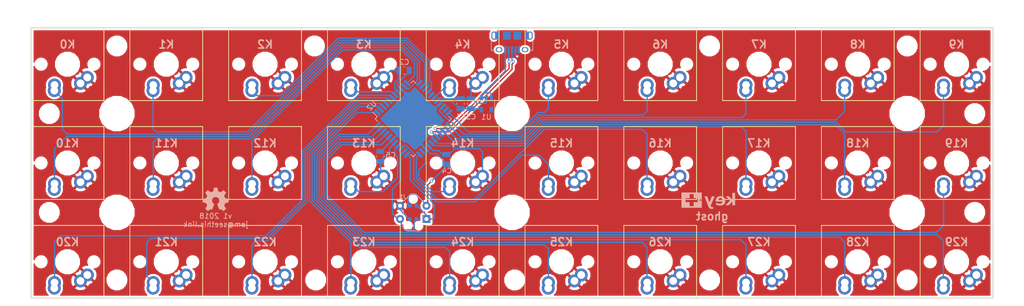
<source format=kicad_pcb>
(kicad_pcb (version 4) (host pcbnew 4.0.7)
  (layers (0 F.Cu signal) (31 B.Cu signal) (34 B.Paste user) (35 F.Paste user) (36 B.SilkS user) (37 F.SilkS user) (38 B.Mask user) (39 F.Mask user) (44 Edge.Cuts user))
  (net 0 "")
  (net 1 GND)
  (net 2 VCC)
  (net 3 +5V)
  (net 4 /PDI)
  (net 5 /RST)
  (net 6 /KEY0)
  (net 7 /KEY1)
  (net 8 /KEY2)
  (net 9 /KEY3)
  (net 10 /KEY4)
  (net 11 /KEY5)
  (net 12 /KEY6)
  (net 13 /KEY7)
  (net 14 /KEY8)
  (net 15 /KEY9)
  (net 16 /KEY10)
  (net 17 /KEY11)
  (net 18 /KEY12)
  (net 19 /KEY13)
  (net 20 /KEY14)
  (net 21 /KEY15)
  (net 22 /KEY16)
  (net 23 /KEY17)
  (net 24 /KEY18)
  (net 25 /KEY19)
  (net 26 /KEY20)
  (net 27 /KEY21)
  (net 28 /KEY22)
  (net 29 /KEY23)
  (net 30 /D-)
  (net 31 /D+)
  (net 32 /KEY24)
  (net 33 /KEY25)
  (net 34 /KEY26)
  (net 35 /KEY27)
  (net 36 /KEY28)
  (net 37 /KEY29)
  (net 38 "Net-(J2-Pad5)")
  (net 39 /PWM)
  (net 40 "Net-(U2-Pad16)")
  (net 41 "Net-(U1-Pad4)")
  (module MountingHole:MountingHole_6mm (layer F.Cu) (at 168.5 35.5)
    (fp_text reference REF** hide)
    (fp_text value MountingHole_6mm)
    (pad 1 np_thru_hole circle (at 0 0) (size 6 6) (drill 6) (layers *.Cu *.Mask))
  )
  (module MountingHole:MountingHole_3.2mm_M3 (layer F.Cu) (at 3.5 16.5)
    (fp_text reference REF** hide)
    (fp_text value MountingHole_3.2mm_M3)
    (pad 1 np_thru_hole circle (at 0 0) (size 3.2 3.2) (drill 3.2) (layers *.Cu *.Mask))
  )
  (module MountingHole:MountingHole_3.2mm_M3 (layer F.Cu) (at 3.5 35.5)
    (fp_text reference REF** hide)
    (fp_text value MountingHole_3.2mm_M3)
    (pad 1 np_thru_hole circle (at 0 0) (size 3.2 3.2) (drill 3.2) (layers *.Cu *.Mask))
  )
  (module MountingHole:MountingHole_3.2mm_M3 (layer F.Cu) (at 130.5 3.5)
    (fp_text reference REF** hide)
    (fp_text value MountingHole_3.2mm_M3)
    (pad 1 np_thru_hole circle (at 0 0) (size 3.2 3.2) (drill 3.2) (layers *.Cu *.Mask))
  )
  (module MountingHole:MountingHole_3.2mm_M3 (layer F.Cu) (at 181.5 16.5)
    (fp_text reference REF** hide)
    (fp_text value MountingHole_3.2mm_M3)
    (pad 1 np_thru_hole circle (at 0 0) (size 3.2 3.2) (drill 3.2) (layers *.Cu *.Mask))
  )
  (module MountingHole:MountingHole_3.2mm_M3 (layer F.Cu) (at 181.5 35.5)
    (fp_text reference REF** hide)
    (fp_text value MountingHole_3.2mm_M3)
    (pad 1 np_thru_hole circle (at 0 0) (size 3.2 3.2) (drill 3.2) (layers *.Cu *.Mask))
  )
  (module MountingHole:MountingHole_3.2mm_M3 (layer F.Cu) (at 168.5 48.5)
    (fp_text reference REF** hide)
    (fp_text value MountingHole_3.2mm_M3)
    (pad 1 np_thru_hole circle (at 0 0) (size 3.2 3.2) (drill 3.2) (layers *.Cu *.Mask))
  )
  (module MountingHole:MountingHole_3.2mm_M3 (layer F.Cu) (at 130.5 48.5)
    (fp_text reference REF** hide)
    (fp_text value MountingHole_3.2mm_M3)
    (pad 1 np_thru_hole circle (at 0 0) (size 3.2 3.2) (drill 3.2) (layers *.Cu *.Mask))
  )
  (module MountingHole:MountingHole_3.2mm_M3 (layer F.Cu) (at 93 48.5)
    (fp_text reference REF** hide)
    (fp_text value MountingHole_3.2mm_M3)
    (pad 1 np_thru_hole circle (at 0 0) (size 3.2 3.2) (drill 3.2) (layers *.Cu *.Mask))
  )
  (module MountingHole:MountingHole_3.2mm_M3 (layer F.Cu) (at 54.75 48.5)
    (fp_text reference REF** hide)
    (fp_text value MountingHole_3.2mm_M3)
    (pad 1 np_thru_hole circle (at 0 0) (size 3.2 3.2) (drill 3.2) (layers *.Cu *.Mask))
  )
  (module MountingHole:MountingHole_3.2mm_M3 (layer F.Cu) (at 16.5 3.5)
    (fp_text reference REF** hide)
    (fp_text value MountingHole_3.2mm_M3)
    (pad 1 np_thru_hole circle (at 0 0) (size 3.2 3.2) (drill 3.2) (layers *.Cu *.Mask))
  )
  (module MountingHole:MountingHole_3.2mm_M3 (layer F.Cu) (at 54.5 3.5)
    (fp_text reference REF** hide)
    (fp_text value MountingHole_3.2mm_M3)
    (pad 1 np_thru_hole circle (at 0 0) (size 3.2 3.2) (drill 3.2) (layers *.Cu *.Mask))
  )
  (module MountingHole:MountingHole_3.2mm_M3 (layer F.Cu) (at 168.5 3.5)
    (fp_text reference REF** hide)
    (fp_text value MountingHole_3.2mm_M3)
    (pad 1 np_thru_hole circle (at 0 0) (size 3.2 3.2) (drill 3.2) (layers *.Cu *.Mask))
  )
  (module Tag-Connect:TC2030-NL_SMALL_AND_IDC_PDI (layer B.Cu) (at 73.5 35.5 270)
    (fp_text reference J1 (at -3 2 540) (layer B.SilkS) (effects (font (size 0.75692 0.75692) (thickness 0.127)) (justify mirror)))
    (fp_text value TC2030-IDC hide)
    (pad 1 connect circle (at -1.27 -0.635 270) (size 0.78486 0.78486) (layers B.Cu B.Mask) (net 4 /PDI))
    (pad 2 connect circle (at -1.27 0.635 270) (size 0.78486 0.78486) (layers B.Cu B.Mask) (net 2 VCC))
    (pad 5 connect circle (at 1.27 -0.635 270) (size 0.78486 0.78486) (layers B.Cu B.Mask) (net 5 /RST))
    (pad 6 connect circle (at 1.27 0.635 270) (size 0.78486 0.78486) (layers B.Cu B.Mask) (net 1 GND))
    (pad "" np_thru_hole circle (at -2.54 0 270) (size 0.98806 0.98806) (drill 0.98806) (layers *.Cu *.Mask B.SilkS))
    (pad "" np_thru_hole circle (at 2.54 1.016 270) (size 0.98552 0.98552) (drill 0.98552) (layers *.Cu *.Mask B.SilkS))
    (pad "" np_thru_hole circle (at 2.54 -1.016 270) (size 0.98552 0.98552) (drill 0.98552) (layers *.Cu *.Mask B.SilkS))
    (pad 2 thru_hole circle (at -1.27 -2.54 180) (size 1.524 1.524) (drill 0.762) (layers *.Cu *.Mask) (net 2 VCC))
    (pad 6 thru_hole circle (at -1.27 2.54 180) (size 1.524 1.524) (drill 0.762) (layers *.Cu *.Mask) (net 1 GND))
    (pad 1 thru_hole rect (at 1.27 -2.54 180) (size 1.524 1.524) (drill 0.762) (layers *.Cu *.Mask) (net 4 /PDI))
    (pad 5 thru_hole circle (at 1.27 2.54 180) (size 1.524 1.524) (drill 0.762) (layers *.Cu *.Mask) (net 5 /RST))
  )
  (module switch_mx:Cherry_MX_Matias_NoSilk.B (layer F.Cu) (at 83 26 180)
    (fp_text reference K14 (at 0 3.8 360) (layer B.SilkS) (effects (font (thickness 0.3048)) (justify mirror)))
    (fp_text value K00 (at 0 0 180) (layer F.SilkS))
    (pad "" np_thru_hole circle (at 5.08 0 180) (size 1.7 1.7) (drill 1.7) (layers *.Cu *.Mask F.SilkS))
    (pad 1 thru_hole circle (at -2.5 -3.683 180) (size 2.5 2.5) (drill 1.5) (layers *.Cu *.Mask) (net 1 GND))
    (pad 1 thru_hole circle (at -3.81 -2.54 180) (size 2.5 2.5) (drill 1.5) (layers *.Cu *.Mask) (net 1 GND))
    (pad "" np_thru_hole circle (at 0 0 180) (size 4 4) (drill 4) (layers *.Cu *.Mask F.SilkS))
    (pad "" np_thru_hole circle (at -5.08 0 180) (size 1.7 1.7) (drill 1.7) (layers *.Cu *.Mask F.SilkS))
    (pad 2 thru_hole circle (at 2.54 -5.08 180) (size 2.5 2.5) (drill 1.5) (layers *.Cu *.Mask) (net 20 /KEY14))
    (pad 2 thru_hole circle (at 2.5 -4 180) (size 2.5 2.5) (drill 1.5) (layers *.Cu *.Mask) (net 20 /KEY14))
  )
  (module Package_QFP:TQFP-44_10x10mm_P0.8mm (layer B.Cu) (at 73.5 17.5 315)
    (fp_text reference U2 (at -7.424621 3.889087 585) (layer B.SilkS) (effects (justify mirror)))
    (fp_text value ATXMEGA-A4U-EPAD)
    (pad 1 smd rect (at -5.7 4 315) (size 1.5 0.55) (layers B.Cu B.Paste B.Mask) (net 33 /KEY25))
    (pad 2 smd rect (at -5.7 3.2 315) (size 1.5 0.55) (layers B.Cu B.Paste B.Mask) (net 32 /KEY24))
    (pad 3 smd rect (at -5.7 2.4 315) (size 1.5 0.55) (layers B.Cu B.Paste B.Mask) (net 29 /KEY23))
    (pad 4 smd rect (at -5.7 1.6 315) (size 1.5 0.55) (layers B.Cu B.Paste B.Mask) (net 28 /KEY22))
    (pad 5 smd rect (at -5.7 0.8 315) (size 1.5 0.55) (layers B.Cu B.Paste B.Mask) (net 27 /KEY21))
    (pad 6 smd rect (at -5.7 0 315) (size 1.5 0.55) (layers B.Cu B.Paste B.Mask) (net 26 /KEY20))
    (pad 7 smd rect (at -5.7 -0.8 315) (size 1.5 0.55) (layers B.Cu B.Paste B.Mask) (net 9 /KEY3))
    (pad 8 smd rect (at -5.7 -1.6 315) (size 1.5 0.55) (layers B.Cu B.Paste B.Mask) (net 1 GND))
    (pad 9 smd rect (at -5.7 -2.4 315) (size 1.5 0.55) (layers B.Cu B.Paste B.Mask) (net 2 VCC))
    (pad 10 smd rect (at -5.7 -3.2 315) (size 1.5 0.55) (layers B.Cu B.Paste B.Mask) (net 17 /KEY11))
    (pad 11 smd rect (at -5.7 -4 315) (size 1.5 0.55) (layers B.Cu B.Paste B.Mask) (net 18 /KEY12))
    (pad 12 smd rect (at -4 -5.7 225) (size 1.5 0.55) (layers B.Cu B.Paste B.Mask) (net 16 /KEY10))
    (pad 13 smd rect (at -3.2 -5.7 225) (size 1.5 0.55) (layers B.Cu B.Paste B.Mask) (net 6 /KEY0))
    (pad 14 smd rect (at -2.4 -5.7 225) (size 1.5 0.55) (layers B.Cu B.Paste B.Mask) (net 7 /KEY1))
    (pad 15 smd rect (at -1.6 -5.7 225) (size 1.5 0.55) (layers B.Cu B.Paste B.Mask) (net 8 /KEY2))
    (pad 16 smd rect (at -0.8 -5.7 225) (size 1.5 0.55) (layers B.Cu B.Paste B.Mask) (net 40 "Net-(U2-Pad16)"))
    (pad 17 smd rect (at 0 -5.7 225) (size 1.5 0.55) (layers B.Cu B.Paste B.Mask) (net 10 /KEY4))
    (pad 18 smd rect (at 0.8 -5.7 225) (size 1.5 0.55) (layers B.Cu B.Paste B.Mask) (net 1 GND))
    (pad 19 smd rect (at 1.6 -5.7 225) (size 1.5 0.55) (layers B.Cu B.Paste B.Mask) (net 2 VCC))
    (pad 20 smd rect (at 2.4 -5.7 225) (size 1.5 0.55) (layers B.Cu B.Paste B.Mask) (net 12 /KEY6))
    (pad 21 smd rect (at 3.2 -5.7 225) (size 1.5 0.55) (layers B.Cu B.Paste B.Mask) (net 39 /PWM))
    (pad 22 smd rect (at 4 -5.7 225) (size 1.5 0.55) (layers B.Cu B.Paste B.Mask) (net 11 /KEY5))
    (pad 23 smd rect (at 5.7 -4 315) (size 1.5 0.55) (layers B.Cu B.Paste B.Mask) (net 13 /KEY7))
    (pad 24 smd rect (at 5.7 -3.2 315) (size 1.5 0.55) (layers B.Cu B.Paste B.Mask) (net 14 /KEY8))
    (pad 25 smd rect (at 5.7 -2.4 315) (size 1.5 0.55) (layers B.Cu B.Paste B.Mask) (net 15 /KEY9))
    (pad 26 smd rect (at 5.7 -1.6 315) (size 1.5 0.55) (layers B.Cu B.Paste B.Mask) (net 30 /D-))
    (pad 27 smd rect (at 5.7 -0.8 315) (size 1.5 0.55) (layers B.Cu B.Paste B.Mask) (net 31 /D+))
    (pad 28 smd rect (at 5.7 0 315) (size 1.5 0.55) (layers B.Cu B.Paste B.Mask) (net 24 /KEY18))
    (pad 29 smd rect (at 5.7 0.8 315) (size 1.5 0.55) (layers B.Cu B.Paste B.Mask) (net 23 /KEY17))
    (pad 30 smd rect (at 5.7 1.6 315) (size 1.5 0.55) (layers B.Cu B.Paste B.Mask) (net 1 GND))
    (pad 31 smd rect (at 5.7 2.4 315) (size 1.5 0.55) (layers B.Cu B.Paste B.Mask) (net 2 VCC))
    (pad 32 smd rect (at 5.7 3.2 315) (size 1.5 0.55) (layers B.Cu B.Paste B.Mask) (net 20 /KEY14))
    (pad 33 smd rect (at 5.7 4 315) (size 1.5 0.55) (layers B.Cu B.Paste B.Mask) (net 22 /KEY16))
    (pad 34 smd rect (at 4 5.7 225) (size 1.5 0.55) (layers B.Cu B.Paste B.Mask) (net 4 /PDI))
    (pad 35 smd rect (at 3.2 5.7 225) (size 1.5 0.55) (layers B.Cu B.Paste B.Mask) (net 5 /RST))
    (pad 36 smd rect (at 2.4 5.7 225) (size 1.5 0.55) (layers B.Cu B.Paste B.Mask) (net 21 /KEY15))
    (pad 37 smd rect (at 1.6 5.7 225) (size 1.5 0.55) (layers B.Cu B.Paste B.Mask) (net 19 /KEY13))
    (pad 38 smd rect (at 0.8 5.7 225) (size 1.5 0.55) (layers B.Cu B.Paste B.Mask) (net 1 GND))
    (pad 39 smd rect (at 0 5.7 225) (size 1.5 0.55) (layers B.Cu B.Paste B.Mask) (net 2 VCC))
    (pad 40 smd rect (at -0.8 5.7 225) (size 1.5 0.55) (layers B.Cu B.Paste B.Mask) (net 25 /KEY19))
    (pad 41 smd rect (at -1.6 5.7 225) (size 1.5 0.55) (layers B.Cu B.Paste B.Mask) (net 37 /KEY29))
    (pad 42 smd rect (at -2.4 5.7 225) (size 1.5 0.55) (layers B.Cu B.Paste B.Mask) (net 36 /KEY28))
    (pad 43 smd rect (at -3.2 5.7 225) (size 1.5 0.55) (layers B.Cu B.Paste B.Mask) (net 35 /KEY27))
    (pad 44 smd rect (at -4 5.7 225) (size 1.5 0.55) (layers B.Cu B.Paste B.Mask) (net 34 /KEY26))
  )
  (module MountingHole:MountingHole_6mm (layer F.Cu) (at 92.5 16.5)
    (fp_text reference REF** hide)
    (fp_text value MountingHole_6mm)
    (pad 1 np_thru_hole circle (at 0 0) (size 6 6) (drill 6) (layers *.Cu *.Mask))
  )
  (module MountingHole:MountingHole_6mm (layer F.Cu) (at 168.5 16.5)
    (fp_text reference REF** hide)
    (fp_text value MountingHole_6mm)
    (pad 1 np_thru_hole circle (at 0 0) (size 6 6) (drill 6) (layers *.Cu *.Mask))
  )
  (module MountingHole:MountingHole_6mm (layer F.Cu) (at 92.5 35.5)
    (fp_text reference REF** hide)
    (fp_text value MountingHole_6mm)
    (pad 1 np_thru_hole circle (at 0 0) (size 6 6) (drill 6) (layers *.Cu *.Mask))
  )
  (module Capacitor_SMD:C_0805_2012Metric (layer B.Cu) (at 84.6 14.6 270)
    (fp_text reference C3 (at 2.5 0 360) (layer B.SilkS) (effects (justify mirror)))
    (fp_text value 0.1uF)
    (pad 1 smd rect (at -0.955 0 270) (size 0.97 1.5) (layers B.Cu B.Paste B.Mask) (net 1 GND))
    (pad 2 smd rect (at 0.955 0 270) (size 0.97 1.5) (layers B.Cu B.Paste B.Mask) (net 2 VCC))
  )
  (module MountingHole:MountingHole_6mm (layer F.Cu) (at 16.5 35.5)
    (fp_text reference REF** hide)
    (fp_text value MountingHole_6mm)
    (pad 1 np_thru_hole circle (at 0 0) (size 6 6) (drill 6) (layers *.Cu *.Mask))
  )
  (module MountingHole:MountingHole_6mm (layer F.Cu) (at 16.5 16.5)
    (fp_text reference REF** hide)
    (fp_text value MountingHole_6mm)
    (pad 1 np_thru_hole circle (at 0 0) (size 6 6) (drill 6) (layers *.Cu *.Mask))
  )
  (module Capacitor_SMD:C_0805_2012Metric (layer B.Cu) (at 82.6 14.6 270)
    (fp_text reference C1 (at 2.5 0 360) (layer B.SilkS) (effects (justify mirror)))
    (fp_text value 10uF)
    (pad 1 smd rect (at -0.955 0 270) (size 0.97 1.5) (layers B.Cu B.Paste B.Mask) (net 1 GND))
    (pad 2 smd rect (at 0.955 0 270) (size 0.97 1.5) (layers B.Cu B.Paste B.Mask) (net 2 VCC))
  )
  (module Capacitor_SMD:C_0805_2012Metric (layer B.Cu) (at 71.755 8.2)
    (fp_text reference C2 (at 0 -1.6) (layer B.SilkS) (effects (justify mirror)))
    (fp_text value 0.1uF)
    (pad 1 smd rect (at -0.955 0) (size 0.97 1.5) (layers B.Cu B.Paste B.Mask) (net 1 GND))
    (pad 2 smd rect (at 0.955 0) (size 0.97 1.5) (layers B.Cu B.Paste B.Mask) (net 2 VCC))
  )
  (module Capacitor_SMD:C_0805_2012Metric (layer B.Cu) (at 79.85 25.305 270)
    (fp_text reference C4 (at 2.2 -0.1 360) (layer B.SilkS) (effects (justify mirror)))
    (fp_text value 0.1uF)
    (pad 1 smd rect (at -0.955 0 270) (size 0.97 1.5) (layers B.Cu B.Paste B.Mask) (net 1 GND))
    (pad 2 smd rect (at 0.955 0 270) (size 0.97 1.5) (layers B.Cu B.Paste B.Mask) (net 2 VCC))
  )
  (module Capacitor_SMD:C_0805_2012Metric (layer B.Cu) (at 67.15 24.75 90)
    (fp_text reference C5 (at 0.25 2 180) (layer B.SilkS) (effects (justify mirror)))
    (fp_text value 0.1uF)
    (pad 1 smd rect (at -0.955 0 90) (size 0.97 1.5) (layers B.Cu B.Paste B.Mask) (net 1 GND))
    (pad 2 smd rect (at 0.955 0 90) (size 0.97 1.5) (layers B.Cu B.Paste B.Mask) (net 2 VCC))
  )
  (module Package_TO_SOT_SMD:SOT-23-5 (layer B.Cu) (at 87.55 14.65 270)
    (fp_text reference U1 (at 2.5 0 360) (layer B.SilkS) (effects (justify mirror)))
    (fp_text value MIC550X)
    (pad 1 smd rect (at -1.1 0.95 270) (size 1.06 0.65) (layers B.Cu B.Paste B.Mask) (net 3 +5V))
    (pad 2 smd rect (at -1.1 0 270) (size 1.06 0.65) (layers B.Cu B.Paste B.Mask) (net 1 GND))
    (pad 3 smd rect (at -1.1 -0.95 270) (size 1.06 0.65) (layers B.Cu B.Paste B.Mask) (net 3 +5V))
    (pad 4 smd rect (at 1.1 -0.95 270) (size 1.06 0.65) (layers B.Cu B.Paste B.Mask) (net 41 "Net-(U1-Pad4)"))
    (pad 5 smd rect (at 1.1 0.95 270) (size 1.06 0.65) (layers B.Cu B.Paste B.Mask) (net 2 VCC))
  )
  (module conn_usb:USB_MicroB_Amphenol_10118194-0001LF (layer B.Cu) (at 92.5 1.5)
    (fp_text reference J2)
    (fp_text value USB_B)
    (pad S1 smd rect (at -1 0) (size 1.5 1.55) (layers B.Cu B.Paste B.Mask))
    (pad S1 smd rect (at 1 0) (size 1.5 1.55) (layers B.Cu B.Paste B.Mask))
    (pad S1 smd rect (at 3 0) (size 1.1 1.55) (layers B.Cu B.Paste B.Mask))
    (pad S1 thru_hole oval (at 3.5 0) (size 0.9 1.55) (drill oval 0.5 1.15) (layers *.Cu *.Mask))
    (pad S1 thru_hole oval (at -3.5 0) (size 0.9 1.55) (drill oval 0.5 1.15) (layers *.Cu *.Mask))
    (pad S1 thru_hole oval (at 2.5 2.7) (size 1.25 0.95) (drill oval 0.85 0.55) (layers *.Cu *.Mask))
    (pad S1 thru_hole oval (at -2.5 2.7) (size 1.25 0.95) (drill oval 0.85 0.55) (layers *.Cu *.Mask))
    (pad S1 smd rect (at -3 0) (size 1.1 1.55) (layers B.Cu B.Paste B.Mask))
    (pad 1 smd rect (at -1.3 2.7) (size 0.4 1.35) (layers B.Cu B.Paste B.Mask) (net 3 +5V))
    (pad 2 smd rect (at -0.65 2.7) (size 0.4 1.35) (layers B.Cu B.Paste B.Mask) (net 30 /D-))
    (pad 3 smd rect (at 0 2.7) (size 0.4 1.35) (layers B.Cu B.Paste B.Mask) (net 31 /D+))
    (pad 4 smd rect (at 0.65 2.7) (size 0.4 1.35) (layers B.Cu B.Paste B.Mask) (net 1 GND))
    (pad 5 smd rect (at 1.3 2.7) (size 0.4 1.35) (layers B.Cu B.Paste B.Mask) (net 38 "Net-(J2-Pad5)"))
  )
  (module logo:key+_10mm (layer B.Cu) (at 130.25 33.25 180)
    (fp_text reference "" (at 0 0 180) (layer B.SilkS) (effects (justify mirror)))
    (fp_text value "" (at 0 0 180) (layer B.SilkS) (effects (justify mirror)))
  )
  (module switch_mx:Cherry_MX_Matias_NoSilk.B (layer F.Cu) (at 7 7 180)
    (fp_text reference K0 (at 0 3.8 360) (layer B.SilkS) (effects (font (thickness 0.3048)) (justify mirror)))
    (fp_text value K00 (at 0 0 180) (layer F.SilkS))
    (pad "" np_thru_hole circle (at 5.08 0 180) (size 1.7 1.7) (drill 1.7) (layers *.Cu *.Mask F.SilkS))
    (pad 1 thru_hole circle (at -2.5 -3.683 180) (size 2.5 2.5) (drill 1.5) (layers *.Cu *.Mask) (net 1 GND))
    (pad 1 thru_hole circle (at -3.81 -2.54 180) (size 2.5 2.5) (drill 1.5) (layers *.Cu *.Mask) (net 1 GND))
    (pad "" np_thru_hole circle (at 0 0 180) (size 4 4) (drill 4) (layers *.Cu *.Mask F.SilkS))
    (pad "" np_thru_hole circle (at -5.08 0 180) (size 1.7 1.7) (drill 1.7) (layers *.Cu *.Mask F.SilkS))
    (pad 2 thru_hole circle (at 2.54 -5.08 180) (size 2.5 2.5) (drill 1.5) (layers *.Cu *.Mask) (net 6 /KEY0))
    (pad 2 thru_hole circle (at 2.5 -4 180) (size 2.5 2.5) (drill 1.5) (layers *.Cu *.Mask) (net 6 /KEY0))
  )
  (module switch_mx:Cherry_MX_Matias_NoSilk.B (layer F.Cu) (at 26 7 180)
    (fp_text reference K1 (at 0 3.8 360) (layer B.SilkS) (effects (font (thickness 0.3048)) (justify mirror)))
    (fp_text value K00 (at 0 0 180) (layer F.SilkS))
    (pad "" np_thru_hole circle (at 5.08 0 180) (size 1.7 1.7) (drill 1.7) (layers *.Cu *.Mask F.SilkS))
    (pad 1 thru_hole circle (at -2.5 -3.683 180) (size 2.5 2.5) (drill 1.5) (layers *.Cu *.Mask) (net 1 GND))
    (pad 1 thru_hole circle (at -3.81 -2.54 180) (size 2.5 2.5) (drill 1.5) (layers *.Cu *.Mask) (net 1 GND))
    (pad "" np_thru_hole circle (at 0 0 180) (size 4 4) (drill 4) (layers *.Cu *.Mask F.SilkS))
    (pad "" np_thru_hole circle (at -5.08 0 180) (size 1.7 1.7) (drill 1.7) (layers *.Cu *.Mask F.SilkS))
    (pad 2 thru_hole circle (at 2.54 -5.08 180) (size 2.5 2.5) (drill 1.5) (layers *.Cu *.Mask) (net 7 /KEY1))
    (pad 2 thru_hole circle (at 2.5 -4 180) (size 2.5 2.5) (drill 1.5) (layers *.Cu *.Mask) (net 7 /KEY1))
  )
  (module switch_mx:Cherry_MX_Matias_NoSilk.B (layer F.Cu) (at 45 7 180)
    (fp_text reference K2 (at 0 3.8 360) (layer B.SilkS) (effects (font (thickness 0.3048)) (justify mirror)))
    (fp_text value K00 (at 0 0 180) (layer F.SilkS))
    (pad "" np_thru_hole circle (at 5.08 0 180) (size 1.7 1.7) (drill 1.7) (layers *.Cu *.Mask F.SilkS))
    (pad 1 thru_hole circle (at -2.5 -3.683 180) (size 2.5 2.5) (drill 1.5) (layers *.Cu *.Mask) (net 1 GND))
    (pad 1 thru_hole circle (at -3.81 -2.54 180) (size 2.5 2.5) (drill 1.5) (layers *.Cu *.Mask) (net 1 GND))
    (pad "" np_thru_hole circle (at 0 0 180) (size 4 4) (drill 4) (layers *.Cu *.Mask F.SilkS))
    (pad "" np_thru_hole circle (at -5.08 0 180) (size 1.7 1.7) (drill 1.7) (layers *.Cu *.Mask F.SilkS))
    (pad 2 thru_hole circle (at 2.54 -5.08 180) (size 2.5 2.5) (drill 1.5) (layers *.Cu *.Mask) (net 8 /KEY2))
    (pad 2 thru_hole circle (at 2.5 -4 180) (size 2.5 2.5) (drill 1.5) (layers *.Cu *.Mask) (net 8 /KEY2))
  )
  (module switch_mx:Cherry_MX_Matias_NoSilk.B (layer F.Cu) (at 64 7 180)
    (fp_text reference K3 (at 0 3.8 360) (layer B.SilkS) (effects (font (thickness 0.3048)) (justify mirror)))
    (fp_text value K00 (at 0 0 180) (layer F.SilkS))
    (pad "" np_thru_hole circle (at 5.08 0 180) (size 1.7 1.7) (drill 1.7) (layers *.Cu *.Mask F.SilkS))
    (pad 1 thru_hole circle (at -2.5 -3.683 180) (size 2.5 2.5) (drill 1.5) (layers *.Cu *.Mask) (net 1 GND))
    (pad 1 thru_hole circle (at -3.81 -2.54 180) (size 2.5 2.5) (drill 1.5) (layers *.Cu *.Mask) (net 1 GND))
    (pad "" np_thru_hole circle (at 0 0 180) (size 4 4) (drill 4) (layers *.Cu *.Mask F.SilkS))
    (pad "" np_thru_hole circle (at -5.08 0 180) (size 1.7 1.7) (drill 1.7) (layers *.Cu *.Mask F.SilkS))
    (pad 2 thru_hole circle (at 2.54 -5.08 180) (size 2.5 2.5) (drill 1.5) (layers *.Cu *.Mask) (net 9 /KEY3))
    (pad 2 thru_hole circle (at 2.5 -4 180) (size 2.5 2.5) (drill 1.5) (layers *.Cu *.Mask) (net 9 /KEY3))
  )
  (module switch_mx:Cherry_MX_Matias_NoSilk.B (layer F.Cu) (at 83 7 180)
    (fp_text reference K4 (at 0 3.8 360) (layer B.SilkS) (effects (font (thickness 0.3048)) (justify mirror)))
    (fp_text value K00 (at 0 0 180) (layer F.SilkS))
    (pad "" np_thru_hole circle (at 5.08 0 180) (size 1.7 1.7) (drill 1.7) (layers *.Cu *.Mask F.SilkS))
    (pad 1 thru_hole circle (at -2.5 -3.683 180) (size 2.5 2.5) (drill 1.5) (layers *.Cu *.Mask) (net 1 GND))
    (pad 1 thru_hole circle (at -3.81 -2.54 180) (size 2.5 2.5) (drill 1.5) (layers *.Cu *.Mask) (net 1 GND))
    (pad "" np_thru_hole circle (at 0 0 180) (size 4 4) (drill 4) (layers *.Cu *.Mask F.SilkS))
    (pad "" np_thru_hole circle (at -5.08 0 180) (size 1.7 1.7) (drill 1.7) (layers *.Cu *.Mask F.SilkS))
    (pad 2 thru_hole circle (at 2.54 -5.08 180) (size 2.5 2.5) (drill 1.5) (layers *.Cu *.Mask) (net 10 /KEY4))
    (pad 2 thru_hole circle (at 2.5 -4 180) (size 2.5 2.5) (drill 1.5) (layers *.Cu *.Mask) (net 10 /KEY4))
  )
  (module switch_mx:Cherry_MX_Matias_NoSilk.B (layer F.Cu) (at 102 7 180)
    (fp_text reference K5 (at 0 3.8 360) (layer B.SilkS) (effects (font (thickness 0.3048)) (justify mirror)))
    (fp_text value K00 (at 0 0 180) (layer F.SilkS))
    (pad "" np_thru_hole circle (at 5.08 0 180) (size 1.7 1.7) (drill 1.7) (layers *.Cu *.Mask F.SilkS))
    (pad 1 thru_hole circle (at -2.5 -3.683 180) (size 2.5 2.5) (drill 1.5) (layers *.Cu *.Mask) (net 1 GND))
    (pad 1 thru_hole circle (at -3.81 -2.54 180) (size 2.5 2.5) (drill 1.5) (layers *.Cu *.Mask) (net 1 GND))
    (pad "" np_thru_hole circle (at 0 0 180) (size 4 4) (drill 4) (layers *.Cu *.Mask F.SilkS))
    (pad "" np_thru_hole circle (at -5.08 0 180) (size 1.7 1.7) (drill 1.7) (layers *.Cu *.Mask F.SilkS))
    (pad 2 thru_hole circle (at 2.54 -5.08 180) (size 2.5 2.5) (drill 1.5) (layers *.Cu *.Mask) (net 11 /KEY5))
    (pad 2 thru_hole circle (at 2.5 -4 180) (size 2.5 2.5) (drill 1.5) (layers *.Cu *.Mask) (net 11 /KEY5))
  )
  (module switch_mx:Cherry_MX_Matias_NoSilk.B (layer F.Cu) (at 121 7 180)
    (fp_text reference K6 (at 0 3.8 360) (layer B.SilkS) (effects (font (thickness 0.3048)) (justify mirror)))
    (fp_text value K00 (at 0 0 180) (layer F.SilkS))
    (pad "" np_thru_hole circle (at 5.08 0 180) (size 1.7 1.7) (drill 1.7) (layers *.Cu *.Mask F.SilkS))
    (pad 1 thru_hole circle (at -2.5 -3.683 180) (size 2.5 2.5) (drill 1.5) (layers *.Cu *.Mask) (net 1 GND))
    (pad 1 thru_hole circle (at -3.81 -2.54 180) (size 2.5 2.5) (drill 1.5) (layers *.Cu *.Mask) (net 1 GND))
    (pad "" np_thru_hole circle (at 0 0 180) (size 4 4) (drill 4) (layers *.Cu *.Mask F.SilkS))
    (pad "" np_thru_hole circle (at -5.08 0 180) (size 1.7 1.7) (drill 1.7) (layers *.Cu *.Mask F.SilkS))
    (pad 2 thru_hole circle (at 2.54 -5.08 180) (size 2.5 2.5) (drill 1.5) (layers *.Cu *.Mask) (net 12 /KEY6))
    (pad 2 thru_hole circle (at 2.5 -4 180) (size 2.5 2.5) (drill 1.5) (layers *.Cu *.Mask) (net 12 /KEY6))
  )
  (module switch_mx:Cherry_MX_Matias_NoSilk.B (layer F.Cu) (at 140 7 180)
    (fp_text reference K7 (at 0 3.8 360) (layer B.SilkS) (effects (font (thickness 0.3048)) (justify mirror)))
    (fp_text value K00 (at 0 0 180) (layer F.SilkS))
    (pad "" np_thru_hole circle (at 5.08 0 180) (size 1.7 1.7) (drill 1.7) (layers *.Cu *.Mask F.SilkS))
    (pad 1 thru_hole circle (at -2.5 -3.683 180) (size 2.5 2.5) (drill 1.5) (layers *.Cu *.Mask) (net 1 GND))
    (pad 1 thru_hole circle (at -3.81 -2.54 180) (size 2.5 2.5) (drill 1.5) (layers *.Cu *.Mask) (net 1 GND))
    (pad "" np_thru_hole circle (at 0 0 180) (size 4 4) (drill 4) (layers *.Cu *.Mask F.SilkS))
    (pad "" np_thru_hole circle (at -5.08 0 180) (size 1.7 1.7) (drill 1.7) (layers *.Cu *.Mask F.SilkS))
    (pad 2 thru_hole circle (at 2.54 -5.08 180) (size 2.5 2.5) (drill 1.5) (layers *.Cu *.Mask) (net 13 /KEY7))
    (pad 2 thru_hole circle (at 2.5 -4 180) (size 2.5 2.5) (drill 1.5) (layers *.Cu *.Mask) (net 13 /KEY7))
  )
  (module switch_mx:Cherry_MX_Matias_NoSilk.B (layer F.Cu) (at 159 7 180)
    (fp_text reference K8 (at 0 3.8 360) (layer B.SilkS) (effects (font (thickness 0.3048)) (justify mirror)))
    (fp_text value K00 (at 0 0 180) (layer F.SilkS))
    (pad "" np_thru_hole circle (at 5.08 0 180) (size 1.7 1.7) (drill 1.7) (layers *.Cu *.Mask F.SilkS))
    (pad 1 thru_hole circle (at -2.5 -3.683 180) (size 2.5 2.5) (drill 1.5) (layers *.Cu *.Mask) (net 1 GND))
    (pad 1 thru_hole circle (at -3.81 -2.54 180) (size 2.5 2.5) (drill 1.5) (layers *.Cu *.Mask) (net 1 GND))
    (pad "" np_thru_hole circle (at 0 0 180) (size 4 4) (drill 4) (layers *.Cu *.Mask F.SilkS))
    (pad "" np_thru_hole circle (at -5.08 0 180) (size 1.7 1.7) (drill 1.7) (layers *.Cu *.Mask F.SilkS))
    (pad 2 thru_hole circle (at 2.54 -5.08 180) (size 2.5 2.5) (drill 1.5) (layers *.Cu *.Mask) (net 14 /KEY8))
    (pad 2 thru_hole circle (at 2.5 -4 180) (size 2.5 2.5) (drill 1.5) (layers *.Cu *.Mask) (net 14 /KEY8))
  )
  (module switch_mx:Cherry_MX_Matias_NoSilk.B (layer F.Cu) (at 178 7 180)
    (fp_text reference K9 (at 0 3.8 360) (layer B.SilkS) (effects (font (thickness 0.3048)) (justify mirror)))
    (fp_text value K00 (at 0 0 180) (layer F.SilkS))
    (pad "" np_thru_hole circle (at 5.08 0 180) (size 1.7 1.7) (drill 1.7) (layers *.Cu *.Mask F.SilkS))
    (pad 1 thru_hole circle (at -2.5 -3.683 180) (size 2.5 2.5) (drill 1.5) (layers *.Cu *.Mask) (net 1 GND))
    (pad 1 thru_hole circle (at -3.81 -2.54 180) (size 2.5 2.5) (drill 1.5) (layers *.Cu *.Mask) (net 1 GND))
    (pad "" np_thru_hole circle (at 0 0 180) (size 4 4) (drill 4) (layers *.Cu *.Mask F.SilkS))
    (pad "" np_thru_hole circle (at -5.08 0 180) (size 1.7 1.7) (drill 1.7) (layers *.Cu *.Mask F.SilkS))
    (pad 2 thru_hole circle (at 2.54 -5.08 180) (size 2.5 2.5) (drill 1.5) (layers *.Cu *.Mask) (net 15 /KEY9))
    (pad 2 thru_hole circle (at 2.5 -4 180) (size 2.5 2.5) (drill 1.5) (layers *.Cu *.Mask) (net 15 /KEY9))
  )
  (module switch_mx:Cherry_MX_Matias_NoSilk.B (layer F.Cu) (at 7 26 180)
    (fp_text reference K10 (at 0 3.8 360) (layer B.SilkS) (effects (font (thickness 0.3048)) (justify mirror)))
    (fp_text value K00 (at 0 0 180) (layer F.SilkS))
    (pad "" np_thru_hole circle (at 5.08 0 180) (size 1.7 1.7) (drill 1.7) (layers *.Cu *.Mask F.SilkS))
    (pad 1 thru_hole circle (at -2.5 -3.683 180) (size 2.5 2.5) (drill 1.5) (layers *.Cu *.Mask) (net 1 GND))
    (pad 1 thru_hole circle (at -3.81 -2.54 180) (size 2.5 2.5) (drill 1.5) (layers *.Cu *.Mask) (net 1 GND))
    (pad "" np_thru_hole circle (at 0 0 180) (size 4 4) (drill 4) (layers *.Cu *.Mask F.SilkS))
    (pad "" np_thru_hole circle (at -5.08 0 180) (size 1.7 1.7) (drill 1.7) (layers *.Cu *.Mask F.SilkS))
    (pad 2 thru_hole circle (at 2.54 -5.08 180) (size 2.5 2.5) (drill 1.5) (layers *.Cu *.Mask) (net 16 /KEY10))
    (pad 2 thru_hole circle (at 2.5 -4 180) (size 2.5 2.5) (drill 1.5) (layers *.Cu *.Mask) (net 16 /KEY10))
  )
  (module switch_mx:Cherry_MX_Matias_NoSilk.B (layer F.Cu) (at 26 26 180)
    (fp_text reference K11 (at 0 3.8 360) (layer B.SilkS) (effects (font (thickness 0.3048)) (justify mirror)))
    (fp_text value K00 (at 0 0 180) (layer F.SilkS))
    (pad "" np_thru_hole circle (at 5.08 0 180) (size 1.7 1.7) (drill 1.7) (layers *.Cu *.Mask F.SilkS))
    (pad 1 thru_hole circle (at -2.5 -3.683 180) (size 2.5 2.5) (drill 1.5) (layers *.Cu *.Mask) (net 1 GND))
    (pad 1 thru_hole circle (at -3.81 -2.54 180) (size 2.5 2.5) (drill 1.5) (layers *.Cu *.Mask) (net 1 GND))
    (pad "" np_thru_hole circle (at 0 0 180) (size 4 4) (drill 4) (layers *.Cu *.Mask F.SilkS))
    (pad "" np_thru_hole circle (at -5.08 0 180) (size 1.7 1.7) (drill 1.7) (layers *.Cu *.Mask F.SilkS))
    (pad 2 thru_hole circle (at 2.54 -5.08 180) (size 2.5 2.5) (drill 1.5) (layers *.Cu *.Mask) (net 17 /KEY11))
    (pad 2 thru_hole circle (at 2.5 -4 180) (size 2.5 2.5) (drill 1.5) (layers *.Cu *.Mask) (net 17 /KEY11))
  )
  (module switch_mx:Cherry_MX_Matias_NoSilk.B (layer F.Cu) (at 45 26 180)
    (fp_text reference K12 (at 0 3.8 360) (layer B.SilkS) (effects (font (thickness 0.3048)) (justify mirror)))
    (fp_text value K00 (at 0 0 180) (layer F.SilkS))
    (pad "" np_thru_hole circle (at 5.08 0 180) (size 1.7 1.7) (drill 1.7) (layers *.Cu *.Mask F.SilkS))
    (pad 1 thru_hole circle (at -2.5 -3.683 180) (size 2.5 2.5) (drill 1.5) (layers *.Cu *.Mask) (net 1 GND))
    (pad 1 thru_hole circle (at -3.81 -2.54 180) (size 2.5 2.5) (drill 1.5) (layers *.Cu *.Mask) (net 1 GND))
    (pad "" np_thru_hole circle (at 0 0 180) (size 4 4) (drill 4) (layers *.Cu *.Mask F.SilkS))
    (pad "" np_thru_hole circle (at -5.08 0 180) (size 1.7 1.7) (drill 1.7) (layers *.Cu *.Mask F.SilkS))
    (pad 2 thru_hole circle (at 2.54 -5.08 180) (size 2.5 2.5) (drill 1.5) (layers *.Cu *.Mask) (net 18 /KEY12))
    (pad 2 thru_hole circle (at 2.5 -4 180) (size 2.5 2.5) (drill 1.5) (layers *.Cu *.Mask) (net 18 /KEY12))
  )
  (module switch_mx:Cherry_MX_Matias_NoSilk.B (layer F.Cu) (at 64 26 180)
    (fp_text reference K13 (at 0 3.8 360) (layer B.SilkS) (effects (font (thickness 0.3048)) (justify mirror)))
    (fp_text value K00 (at 0 0 180) (layer F.SilkS))
    (pad "" np_thru_hole circle (at 5.08 0 180) (size 1.7 1.7) (drill 1.7) (layers *.Cu *.Mask F.SilkS))
    (pad 1 thru_hole circle (at -2.5 -3.683 180) (size 2.5 2.5) (drill 1.5) (layers *.Cu *.Mask) (net 1 GND))
    (pad 1 thru_hole circle (at -3.81 -2.54 180) (size 2.5 2.5) (drill 1.5) (layers *.Cu *.Mask) (net 1 GND))
    (pad "" np_thru_hole circle (at 0 0 180) (size 4 4) (drill 4) (layers *.Cu *.Mask F.SilkS))
    (pad "" np_thru_hole circle (at -5.08 0 180) (size 1.7 1.7) (drill 1.7) (layers *.Cu *.Mask F.SilkS))
    (pad 2 thru_hole circle (at 2.54 -5.08 180) (size 2.5 2.5) (drill 1.5) (layers *.Cu *.Mask) (net 19 /KEY13))
    (pad 2 thru_hole circle (at 2.5 -4 180) (size 2.5 2.5) (drill 1.5) (layers *.Cu *.Mask) (net 19 /KEY13))
  )
  (module switch_mx:Cherry_MX_Matias_NoSilk.B (layer F.Cu) (at 102 26 180)
    (fp_text reference K15 (at 0 3.8 360) (layer B.SilkS) (effects (font (thickness 0.3048)) (justify mirror)))
    (fp_text value K00 (at 0 0 180) (layer F.SilkS))
    (pad "" np_thru_hole circle (at 5.08 0 180) (size 1.7 1.7) (drill 1.7) (layers *.Cu *.Mask F.SilkS))
    (pad 1 thru_hole circle (at -2.5 -3.683 180) (size 2.5 2.5) (drill 1.5) (layers *.Cu *.Mask) (net 1 GND))
    (pad 1 thru_hole circle (at -3.81 -2.54 180) (size 2.5 2.5) (drill 1.5) (layers *.Cu *.Mask) (net 1 GND))
    (pad "" np_thru_hole circle (at 0 0 180) (size 4 4) (drill 4) (layers *.Cu *.Mask F.SilkS))
    (pad "" np_thru_hole circle (at -5.08 0 180) (size 1.7 1.7) (drill 1.7) (layers *.Cu *.Mask F.SilkS))
    (pad 2 thru_hole circle (at 2.54 -5.08 180) (size 2.5 2.5) (drill 1.5) (layers *.Cu *.Mask) (net 21 /KEY15))
    (pad 2 thru_hole circle (at 2.5 -4 180) (size 2.5 2.5) (drill 1.5) (layers *.Cu *.Mask) (net 21 /KEY15))
  )
  (module switch_mx:Cherry_MX_Matias_NoSilk.B (layer F.Cu) (at 121 26 180)
    (fp_text reference K16 (at 0 3.8 360) (layer B.SilkS) (effects (font (thickness 0.3048)) (justify mirror)))
    (fp_text value K00 (at 0 0 180) (layer F.SilkS))
    (pad "" np_thru_hole circle (at 5.08 0 180) (size 1.7 1.7) (drill 1.7) (layers *.Cu *.Mask F.SilkS))
    (pad 1 thru_hole circle (at -2.5 -3.683 180) (size 2.5 2.5) (drill 1.5) (layers *.Cu *.Mask) (net 1 GND))
    (pad 1 thru_hole circle (at -3.81 -2.54 180) (size 2.5 2.5) (drill 1.5) (layers *.Cu *.Mask) (net 1 GND))
    (pad "" np_thru_hole circle (at 0 0 180) (size 4 4) (drill 4) (layers *.Cu *.Mask F.SilkS))
    (pad "" np_thru_hole circle (at -5.08 0 180) (size 1.7 1.7) (drill 1.7) (layers *.Cu *.Mask F.SilkS))
    (pad 2 thru_hole circle (at 2.54 -5.08 180) (size 2.5 2.5) (drill 1.5) (layers *.Cu *.Mask) (net 22 /KEY16))
    (pad 2 thru_hole circle (at 2.5 -4 180) (size 2.5 2.5) (drill 1.5) (layers *.Cu *.Mask) (net 22 /KEY16))
  )
  (module switch_mx:Cherry_MX_Matias_NoSilk.B (layer F.Cu) (at 140 26 180)
    (fp_text reference K17 (at 0 3.8 360) (layer B.SilkS) (effects (font (thickness 0.3048)) (justify mirror)))
    (fp_text value K00 (at 0 0 180) (layer F.SilkS))
    (pad "" np_thru_hole circle (at 5.08 0 180) (size 1.7 1.7) (drill 1.7) (layers *.Cu *.Mask F.SilkS))
    (pad 1 thru_hole circle (at -2.5 -3.683 180) (size 2.5 2.5) (drill 1.5) (layers *.Cu *.Mask) (net 1 GND))
    (pad 1 thru_hole circle (at -3.81 -2.54 180) (size 2.5 2.5) (drill 1.5) (layers *.Cu *.Mask) (net 1 GND))
    (pad "" np_thru_hole circle (at 0 0 180) (size 4 4) (drill 4) (layers *.Cu *.Mask F.SilkS))
    (pad "" np_thru_hole circle (at -5.08 0 180) (size 1.7 1.7) (drill 1.7) (layers *.Cu *.Mask F.SilkS))
    (pad 2 thru_hole circle (at 2.54 -5.08 180) (size 2.5 2.5) (drill 1.5) (layers *.Cu *.Mask) (net 23 /KEY17))
    (pad 2 thru_hole circle (at 2.5 -4 180) (size 2.5 2.5) (drill 1.5) (layers *.Cu *.Mask) (net 23 /KEY17))
  )
  (module switch_mx:Cherry_MX_Matias_NoSilk.B (layer F.Cu) (at 159 26 180)
    (fp_text reference K18 (at 0 3.8 360) (layer B.SilkS) (effects (font (thickness 0.3048)) (justify mirror)))
    (fp_text value K00 (at 0 0 180) (layer F.SilkS))
    (pad "" np_thru_hole circle (at 5.08 0 180) (size 1.7 1.7) (drill 1.7) (layers *.Cu *.Mask F.SilkS))
    (pad 1 thru_hole circle (at -2.5 -3.683 180) (size 2.5 2.5) (drill 1.5) (layers *.Cu *.Mask) (net 1 GND))
    (pad 1 thru_hole circle (at -3.81 -2.54 180) (size 2.5 2.5) (drill 1.5) (layers *.Cu *.Mask) (net 1 GND))
    (pad "" np_thru_hole circle (at 0 0 180) (size 4 4) (drill 4) (layers *.Cu *.Mask F.SilkS))
    (pad "" np_thru_hole circle (at -5.08 0 180) (size 1.7 1.7) (drill 1.7) (layers *.Cu *.Mask F.SilkS))
    (pad 2 thru_hole circle (at 2.54 -5.08 180) (size 2.5 2.5) (drill 1.5) (layers *.Cu *.Mask) (net 24 /KEY18))
    (pad 2 thru_hole circle (at 2.5 -4 180) (size 2.5 2.5) (drill 1.5) (layers *.Cu *.Mask) (net 24 /KEY18))
  )
  (module switch_mx:Cherry_MX_Matias_NoSilk.B (layer F.Cu) (at 178 26 180)
    (fp_text reference K19 (at 0 3.8 360) (layer B.SilkS) (effects (font (thickness 0.3048)) (justify mirror)))
    (fp_text value K00 (at 0 0 180) (layer F.SilkS))
    (pad "" np_thru_hole circle (at 5.08 0 180) (size 1.7 1.7) (drill 1.7) (layers *.Cu *.Mask F.SilkS))
    (pad 1 thru_hole circle (at -2.5 -3.683 180) (size 2.5 2.5) (drill 1.5) (layers *.Cu *.Mask) (net 1 GND))
    (pad 1 thru_hole circle (at -3.81 -2.54 180) (size 2.5 2.5) (drill 1.5) (layers *.Cu *.Mask) (net 1 GND))
    (pad "" np_thru_hole circle (at 0 0 180) (size 4 4) (drill 4) (layers *.Cu *.Mask F.SilkS))
    (pad "" np_thru_hole circle (at -5.08 0 180) (size 1.7 1.7) (drill 1.7) (layers *.Cu *.Mask F.SilkS))
    (pad 2 thru_hole circle (at 2.54 -5.08 180) (size 2.5 2.5) (drill 1.5) (layers *.Cu *.Mask) (net 25 /KEY19))
    (pad 2 thru_hole circle (at 2.5 -4 180) (size 2.5 2.5) (drill 1.5) (layers *.Cu *.Mask) (net 25 /KEY19))
  )
  (module switch_mx:Cherry_MX_Matias_NoSilk.B (layer F.Cu) (at 7 45 180)
    (fp_text reference K20 (at 0 3.8 360) (layer B.SilkS) (effects (font (thickness 0.3048)) (justify mirror)))
    (fp_text value K00 (at 0 0 180) (layer F.SilkS))
    (pad "" np_thru_hole circle (at 5.08 0 180) (size 1.7 1.7) (drill 1.7) (layers *.Cu *.Mask F.SilkS))
    (pad 1 thru_hole circle (at -2.5 -3.683 180) (size 2.5 2.5) (drill 1.5) (layers *.Cu *.Mask) (net 1 GND))
    (pad 1 thru_hole circle (at -3.81 -2.54 180) (size 2.5 2.5) (drill 1.5) (layers *.Cu *.Mask) (net 1 GND))
    (pad "" np_thru_hole circle (at 0 0 180) (size 4 4) (drill 4) (layers *.Cu *.Mask F.SilkS))
    (pad "" np_thru_hole circle (at -5.08 0 180) (size 1.7 1.7) (drill 1.7) (layers *.Cu *.Mask F.SilkS))
    (pad 2 thru_hole circle (at 2.54 -5.08 180) (size 2.5 2.5) (drill 1.5) (layers *.Cu *.Mask) (net 26 /KEY20))
    (pad 2 thru_hole circle (at 2.5 -4 180) (size 2.5 2.5) (drill 1.5) (layers *.Cu *.Mask) (net 26 /KEY20))
  )
  (module switch_mx:Cherry_MX_Matias_NoSilk.B (layer F.Cu) (at 26 45 180)
    (fp_text reference K21 (at 0 3.8 360) (layer B.SilkS) (effects (font (thickness 0.3048)) (justify mirror)))
    (fp_text value K00 (at 0 0 180) (layer F.SilkS))
    (pad "" np_thru_hole circle (at 5.08 0 180) (size 1.7 1.7) (drill 1.7) (layers *.Cu *.Mask F.SilkS))
    (pad 1 thru_hole circle (at -2.5 -3.683 180) (size 2.5 2.5) (drill 1.5) (layers *.Cu *.Mask) (net 1 GND))
    (pad 1 thru_hole circle (at -3.81 -2.54 180) (size 2.5 2.5) (drill 1.5) (layers *.Cu *.Mask) (net 1 GND))
    (pad "" np_thru_hole circle (at 0 0 180) (size 4 4) (drill 4) (layers *.Cu *.Mask F.SilkS))
    (pad "" np_thru_hole circle (at -5.08 0 180) (size 1.7 1.7) (drill 1.7) (layers *.Cu *.Mask F.SilkS))
    (pad 2 thru_hole circle (at 2.54 -5.08 180) (size 2.5 2.5) (drill 1.5) (layers *.Cu *.Mask) (net 27 /KEY21))
    (pad 2 thru_hole circle (at 2.5 -4 180) (size 2.5 2.5) (drill 1.5) (layers *.Cu *.Mask) (net 27 /KEY21))
  )
  (module switch_mx:Cherry_MX_Matias_NoSilk.B (layer F.Cu) (at 45 45 180)
    (fp_text reference K22 (at 0 3.8 360) (layer B.SilkS) (effects (font (thickness 0.3048)) (justify mirror)))
    (fp_text value K00 (at 0 0 180) (layer F.SilkS))
    (pad "" np_thru_hole circle (at 5.08 0 180) (size 1.7 1.7) (drill 1.7) (layers *.Cu *.Mask F.SilkS))
    (pad 1 thru_hole circle (at -2.5 -3.683 180) (size 2.5 2.5) (drill 1.5) (layers *.Cu *.Mask) (net 1 GND))
    (pad 1 thru_hole circle (at -3.81 -2.54 180) (size 2.5 2.5) (drill 1.5) (layers *.Cu *.Mask) (net 1 GND))
    (pad "" np_thru_hole circle (at 0 0 180) (size 4 4) (drill 4) (layers *.Cu *.Mask F.SilkS))
    (pad "" np_thru_hole circle (at -5.08 0 180) (size 1.7 1.7) (drill 1.7) (layers *.Cu *.Mask F.SilkS))
    (pad 2 thru_hole circle (at 2.54 -5.08 180) (size 2.5 2.5) (drill 1.5) (layers *.Cu *.Mask) (net 28 /KEY22))
    (pad 2 thru_hole circle (at 2.5 -4 180) (size 2.5 2.5) (drill 1.5) (layers *.Cu *.Mask) (net 28 /KEY22))
  )
  (module switch_mx:Cherry_MX_Matias_NoSilk.B (layer F.Cu) (at 64 45 180)
    (fp_text reference K23 (at 0 3.8 360) (layer B.SilkS) (effects (font (thickness 0.3048)) (justify mirror)))
    (fp_text value K00 (at 0 0 180) (layer F.SilkS))
    (pad "" np_thru_hole circle (at 5.08 0 180) (size 1.7 1.7) (drill 1.7) (layers *.Cu *.Mask F.SilkS))
    (pad 1 thru_hole circle (at -2.5 -3.683 180) (size 2.5 2.5) (drill 1.5) (layers *.Cu *.Mask) (net 1 GND))
    (pad 1 thru_hole circle (at -3.81 -2.54 180) (size 2.5 2.5) (drill 1.5) (layers *.Cu *.Mask) (net 1 GND))
    (pad "" np_thru_hole circle (at 0 0 180) (size 4 4) (drill 4) (layers *.Cu *.Mask F.SilkS))
    (pad "" np_thru_hole circle (at -5.08 0 180) (size 1.7 1.7) (drill 1.7) (layers *.Cu *.Mask F.SilkS))
    (pad 2 thru_hole circle (at 2.54 -5.08 180) (size 2.5 2.5) (drill 1.5) (layers *.Cu *.Mask) (net 29 /KEY23))
    (pad 2 thru_hole circle (at 2.5 -4 180) (size 2.5 2.5) (drill 1.5) (layers *.Cu *.Mask) (net 29 /KEY23))
  )
  (module switch_mx:Cherry_MX_Matias_NoSilk.B (layer F.Cu) (at 83 45 180)
    (fp_text reference K24 (at 0 3.8 360) (layer B.SilkS) (effects (font (thickness 0.3048)) (justify mirror)))
    (fp_text value K00 (at 0 0 180) (layer F.SilkS))
    (pad "" np_thru_hole circle (at 5.08 0 180) (size 1.7 1.7) (drill 1.7) (layers *.Cu *.Mask F.SilkS))
    (pad 1 thru_hole circle (at -2.5 -3.683 180) (size 2.5 2.5) (drill 1.5) (layers *.Cu *.Mask) (net 1 GND))
    (pad 1 thru_hole circle (at -3.81 -2.54 180) (size 2.5 2.5) (drill 1.5) (layers *.Cu *.Mask) (net 1 GND))
    (pad "" np_thru_hole circle (at 0 0 180) (size 4 4) (drill 4) (layers *.Cu *.Mask F.SilkS))
    (pad "" np_thru_hole circle (at -5.08 0 180) (size 1.7 1.7) (drill 1.7) (layers *.Cu *.Mask F.SilkS))
    (pad 2 thru_hole circle (at 2.54 -5.08 180) (size 2.5 2.5) (drill 1.5) (layers *.Cu *.Mask) (net 32 /KEY24))
    (pad 2 thru_hole circle (at 2.5 -4 180) (size 2.5 2.5) (drill 1.5) (layers *.Cu *.Mask) (net 32 /KEY24))
  )
  (module switch_mx:Cherry_MX_Matias_NoSilk.B (layer F.Cu) (at 102 45 180)
    (fp_text reference K25 (at 0 3.8 360) (layer B.SilkS) (effects (font (thickness 0.3048)) (justify mirror)))
    (fp_text value K00 (at 0 0 180) (layer F.SilkS))
    (pad "" np_thru_hole circle (at 5.08 0 180) (size 1.7 1.7) (drill 1.7) (layers *.Cu *.Mask F.SilkS))
    (pad 1 thru_hole circle (at -2.5 -3.683 180) (size 2.5 2.5) (drill 1.5) (layers *.Cu *.Mask) (net 1 GND))
    (pad 1 thru_hole circle (at -3.81 -2.54 180) (size 2.5 2.5) (drill 1.5) (layers *.Cu *.Mask) (net 1 GND))
    (pad "" np_thru_hole circle (at 0 0 180) (size 4 4) (drill 4) (layers *.Cu *.Mask F.SilkS))
    (pad "" np_thru_hole circle (at -5.08 0 180) (size 1.7 1.7) (drill 1.7) (layers *.Cu *.Mask F.SilkS))
    (pad 2 thru_hole circle (at 2.54 -5.08 180) (size 2.5 2.5) (drill 1.5) (layers *.Cu *.Mask) (net 33 /KEY25))
    (pad 2 thru_hole circle (at 2.5 -4 180) (size 2.5 2.5) (drill 1.5) (layers *.Cu *.Mask) (net 33 /KEY25))
  )
  (module switch_mx:Cherry_MX_Matias_NoSilk.B (layer F.Cu) (at 121 45 180)
    (fp_text reference K26 (at 0 3.8 360) (layer B.SilkS) (effects (font (thickness 0.3048)) (justify mirror)))
    (fp_text value K00 (at 0 0 180) (layer F.SilkS))
    (pad "" np_thru_hole circle (at 5.08 0 180) (size 1.7 1.7) (drill 1.7) (layers *.Cu *.Mask F.SilkS))
    (pad 1 thru_hole circle (at -2.5 -3.683 180) (size 2.5 2.5) (drill 1.5) (layers *.Cu *.Mask) (net 1 GND))
    (pad 1 thru_hole circle (at -3.81 -2.54 180) (size 2.5 2.5) (drill 1.5) (layers *.Cu *.Mask) (net 1 GND))
    (pad "" np_thru_hole circle (at 0 0 180) (size 4 4) (drill 4) (layers *.Cu *.Mask F.SilkS))
    (pad "" np_thru_hole circle (at -5.08 0 180) (size 1.7 1.7) (drill 1.7) (layers *.Cu *.Mask F.SilkS))
    (pad 2 thru_hole circle (at 2.54 -5.08 180) (size 2.5 2.5) (drill 1.5) (layers *.Cu *.Mask) (net 34 /KEY26))
    (pad 2 thru_hole circle (at 2.5 -4 180) (size 2.5 2.5) (drill 1.5) (layers *.Cu *.Mask) (net 34 /KEY26))
  )
  (module switch_mx:Cherry_MX_Matias_NoSilk.B (layer F.Cu) (at 140 45 180)
    (fp_text reference K27 (at 0 3.8 360) (layer B.SilkS) (effects (font (thickness 0.3048)) (justify mirror)))
    (fp_text value K00 (at 0 0 180) (layer F.SilkS))
    (pad "" np_thru_hole circle (at 5.08 0 180) (size 1.7 1.7) (drill 1.7) (layers *.Cu *.Mask F.SilkS))
    (pad 1 thru_hole circle (at -2.5 -3.683 180) (size 2.5 2.5) (drill 1.5) (layers *.Cu *.Mask) (net 1 GND))
    (pad 1 thru_hole circle (at -3.81 -2.54 180) (size 2.5 2.5) (drill 1.5) (layers *.Cu *.Mask) (net 1 GND))
    (pad "" np_thru_hole circle (at 0 0 180) (size 4 4) (drill 4) (layers *.Cu *.Mask F.SilkS))
    (pad "" np_thru_hole circle (at -5.08 0 180) (size 1.7 1.7) (drill 1.7) (layers *.Cu *.Mask F.SilkS))
    (pad 2 thru_hole circle (at 2.54 -5.08 180) (size 2.5 2.5) (drill 1.5) (layers *.Cu *.Mask) (net 35 /KEY27))
    (pad 2 thru_hole circle (at 2.5 -4 180) (size 2.5 2.5) (drill 1.5) (layers *.Cu *.Mask) (net 35 /KEY27))
  )
  (module switch_mx:Cherry_MX_Matias_NoSilk.B (layer F.Cu) (at 159 45 180)
    (fp_text reference K28 (at 0 3.8 360) (layer B.SilkS) (effects (font (thickness 0.3048)) (justify mirror)))
    (fp_text value K00 (at 0 0 180) (layer F.SilkS))
    (pad "" np_thru_hole circle (at 5.08 0 180) (size 1.7 1.7) (drill 1.7) (layers *.Cu *.Mask F.SilkS))
    (pad 1 thru_hole circle (at -2.5 -3.683 180) (size 2.5 2.5) (drill 1.5) (layers *.Cu *.Mask) (net 1 GND))
    (pad 1 thru_hole circle (at -3.81 -2.54 180) (size 2.5 2.5) (drill 1.5) (layers *.Cu *.Mask) (net 1 GND))
    (pad "" np_thru_hole circle (at 0 0 180) (size 4 4) (drill 4) (layers *.Cu *.Mask F.SilkS))
    (pad "" np_thru_hole circle (at -5.08 0 180) (size 1.7 1.7) (drill 1.7) (layers *.Cu *.Mask F.SilkS))
    (pad 2 thru_hole circle (at 2.54 -5.08 180) (size 2.5 2.5) (drill 1.5) (layers *.Cu *.Mask) (net 36 /KEY28))
    (pad 2 thru_hole circle (at 2.5 -4 180) (size 2.5 2.5) (drill 1.5) (layers *.Cu *.Mask) (net 36 /KEY28))
  )
  (module switch_mx:Cherry_MX_Matias_NoSilk.B (layer F.Cu) (at 178 45 180)
    (fp_text reference K29 (at 0 3.8 360) (layer B.SilkS) (effects (font (thickness 0.3048)) (justify mirror)))
    (fp_text value K00 (at 0 0 180) (layer F.SilkS))
    (pad "" np_thru_hole circle (at 5.08 0 180) (size 1.7 1.7) (drill 1.7) (layers *.Cu *.Mask F.SilkS))
    (pad 1 thru_hole circle (at -2.5 -3.683 180) (size 2.5 2.5) (drill 1.5) (layers *.Cu *.Mask) (net 1 GND))
    (pad 1 thru_hole circle (at -3.81 -2.54 180) (size 2.5 2.5) (drill 1.5) (layers *.Cu *.Mask) (net 1 GND))
    (pad "" np_thru_hole circle (at 0 0 180) (size 4 4) (drill 4) (layers *.Cu *.Mask F.SilkS))
    (pad "" np_thru_hole circle (at -5.08 0 180) (size 1.7 1.7) (drill 1.7) (layers *.Cu *.Mask F.SilkS))
    (pad 2 thru_hole circle (at 2.54 -5.08 180) (size 2.5 2.5) (drill 1.5) (layers *.Cu *.Mask) (net 37 /KEY29))
    (pad 2 thru_hole circle (at 2.5 -4 180) (size 2.5 2.5) (drill 1.5) (layers *.Cu *.Mask) (net 37 /KEY29))
  )
  (module logo:OSHW_5x5mm_SilkS (layer B.Cu) (at 35.5 33 180)
    (fp_text reference OSHW_Logo hide)
    (fp_text value G*** hide)
  )
  (module MountingHole:MountingHole_3.2mm_M3 (layer F.Cu) (at 16.5 48.5)
    (fp_text reference REF** hide)
    (fp_text value MountingHole_3.2mm_M3)
    (pad 1 np_thru_hole circle (at 0 0) (size 3.2 3.2) (drill 3.2) (layers *.Cu *.Mask))
  )
  (gr_text "v1 2018\njem@seethis.link" (at 35.5 37) (layer B.SilkS) (effects (font (size 1 1)) (justify mirror)))
  (gr_text ghost (at 131 36.25) (layer B.SilkS) (effects (font (size 1.5 1.5) (thickness 0.3)) (justify mirror)))
  (gr_line (start 0 0) (end 185 0) (layer Edge.Cuts) (width 0.15))
  (gr_line (start 185 52) (end 185 0) (layer Edge.Cuts) (width 0.15))
  (gr_line (start 0 52) (end 185 52) (layer Edge.Cuts) (width 0.15))
  (gr_line (start 0 0) (end 0 52) (layer Edge.Cuts) (width 0.15))
  (segment (start 45.499989 3.25) (end 45.4 3.349989) (width 0.25) (layer B.Cu) (net 0))
  (segment (start 45.4 3.349989) (end 45.309013 3.349989) (width 0.25) (layer B.Cu) (net 0))
  (segment (start 72.77 36.77) (end 71 35) (width 0.25) (layer B.Cu) (net 1))
  (segment (start 71 35) (end 71 34.44) (width 0.25) (layer B.Cu) (net 1))
  (segment (start 76.399138 22.66188) (end 76.399138 22.699138) (width 0.25) (layer B.Cu) (net 1))
  (segment (start 76.399138 22.699138) (end 77.3 23.6) (width 0.25) (layer B.Cu) (net 1))
  (segment (start 77.3 23.6) (end 78.35 23.6) (width 0.25) (layer B.Cu) (net 1))
  (segment (start 78.35 23.6) (end 79.2225 24.4725) (width 0.25) (layer B.Cu) (net 1))
  (segment (start 79.2225 24.4725) (end 80.4725 24.4725) (width 0.25) (layer B.Cu) (net 1))
  (segment (start 79.85 24.35) (end 80.4 24.35) (width 0.25) (layer B.Cu) (net 1))
  (segment (start 80.4 24.35) (end 81.5 23.25) (width 0.25) (layer B.Cu) (net 1))
  (segment (start 81.5 23.25) (end 86.25 23.25) (width 0.25) (layer B.Cu) (net 1))
  (segment (start 86.25 23.25) (end 86.81 23.81) (width 0.25) (layer B.Cu) (net 1))
  (segment (start 86.81 23.81) (end 86.81 26.772234) (width 0.25) (layer B.Cu) (net 1))
  (segment (start 86.81 26.772234) (end 86.81 28.54) (width 0.25) (layer B.Cu) (net 1))
  (segment (start 73.115 36.77) (end 72.77 36.77) (width 0.25) (layer B.Cu) (net 1))
  (segment (start 71 34.44) (end 71.21 34.23) (width 0.25) (layer B.Cu) (net 1))
  (segment (start 70.600862 12.33812) (end 69.94999 11.687248) (width 0.25) (layer B.Cu) (net 1))
  (segment (start 69.94999 11.687248) (end 69.94999 10.5886) (width 0.25) (layer B.Cu) (net 1))
  (segment (start 69.94999 10.5886) (end 70.8 9.73859) (width 0.25) (layer B.Cu) (net 1))
  (segment (start 70.8 9.73859) (end 70.8 8.2) (width 0.25) (layer B.Cu) (net 1))
  (segment (start 67.81 28.54) (end 67.25 27.98) (width 0.25) (layer B.Cu) (net 1))
  (segment (start 67.25 27.98) (end 67.25 25.5) (width 0.25) (layer B.Cu) (net 1))
  (segment (start 67.25 25.5) (end 69 23.75) (width 0.25) (layer B.Cu) (net 1))
  (segment (start 69 23.75) (end 69 23.131371) (width 0.25) (layer B.Cu) (net 1))
  (segment (start 69 23.131371) (end 70.035177 22.096194) (width 0.25) (layer B.Cu) (net 1))
  (segment (start 87.55 13.55) (end 87.55 14.33) (width 0.25) (layer B.Cu) (net 1))
  (segment (start 87.55 14.33) (end 87.38 14.5) (width 0.25) (layer B.Cu) (net 1))
  (segment (start 87.38 14.5) (end 85.72 14.5) (width 0.25) (layer B.Cu) (net 1))
  (segment (start 85.72 14.5) (end 84.865 13.645) (width 0.25) (layer B.Cu) (net 1))
  (segment (start 84.865 13.645) (end 84.6 13.645) (width 0.25) (layer B.Cu) (net 1))
  (segment (start 82.6 13.645) (end 81.6 13.645) (width 0.25) (layer B.Cu) (net 1))
  (segment (start 81.6 13.645) (end 81.589999 13.655001) (width 0.25) (layer B.Cu) (net 1))
  (segment (start 81.589999 13.655001) (end 79.236313 13.655001) (width 0.25) (layer B.Cu) (net 1))
  (segment (start 79.236313 13.655001) (end 79.015449 13.434137) (width 0.25) (layer B.Cu) (net 1))
  (segment (start 79.015449 13.434137) (end 78.697234 13.434137) (width 0.25) (layer B.Cu) (net 1))
  (segment (start 78.697234 13.434137) (end 78.096194 14.035177) (width 0.25) (layer B.Cu) (net 1))
  (segment (start 78.096194 14.035177) (end 78.083449 14.035177) (width 0.25) (layer B.Cu) (net 1))
  (segment (start 87.5 13.9) (end 87.5 13.12) (width 0.25) (layer B.Cu) (net 1))
  (segment (start 84.6 13.645) (end 82.6 13.645) (width 0.25) (layer B.Cu) (net 1))
  (segment (start 84.6 13.645) (end 84.6 11.583) (width 0.25) (layer B.Cu) (net 1))
  (segment (start 84.6 11.583) (end 85.5 10.683) (width 0.25) (layer B.Cu) (net 1))
  (segment (start 78.096194 14.035177) (end 78.164823 14.035177) (width 0.25) (layer B.Cu) (net 1))
  (segment (start 82.445 13.8) (end 82.6 13.645) (width 0.25) (layer B.Cu) (net 1))
  (segment (start 67.81 9.54) (end 69.15 8.2) (width 0.25) (layer B.Cu) (net 1))
  (segment (start 69.15 8.2) (end 70.8 8.2) (width 0.25) (layer B.Cu) (net 1))
  (segment (start 93.15 4.2) (end 93.15 5.15) (width 0.25) (layer B.Cu) (net 1))
  (segment (start 93.15 5.15) (end 93.5 5.5) (width 0.25) (layer B.Cu) (net 1))
  (via (at 93.5 5.5) (size 0.6) (drill 0.4) (layers F.Cu B.Cu) (net 1))
  (segment (start 67.25 25.455) (end 67.676371 25.455) (width 0.25) (layer B.Cu) (net 1))
  (segment (start 67.645 25.555) (end 67.1 25.555) (width 0.25) (layer B.Cu) (net 1))
  (segment (start 84.765 14.045) (end 84.5 14.045) (width 0.25) (layer B.Cu) (net 1))
  (segment (start 74 32) (end 76.04 34.04) (width 0.25) (layer B.Cu) (net 2))
  (segment (start 73 32) (end 74 32) (width 0.25) (layer B.Cu) (net 2))
  (segment (start 72.5 32.5) (end 73 32) (width 0.25) (layer B.Cu) (net 2))
  (segment (start 72.5 33.865) (end 72.5 32.5) (width 0.25) (layer B.Cu) (net 2))
  (segment (start 72.865 34.23) (end 72.5 33.865) (width 0.25) (layer B.Cu) (net 2))
  (segment (start 76.29 34.23) (end 76.29 30.21) (width 0.25) (layer F.Cu) (net 2))
  (segment (start 76.29 30.21) (end 77 29.5) (width 0.25) (layer F.Cu) (net 2))
  (segment (start 79.9 26.6) (end 77 29.5) (width 0.25) (layer B.Cu) (net 2))
  (segment (start 78.66188 14.600862) (end 78.06084 15.201902) (width 0.25) (layer B.Cu) (net 2))
  (segment (start 78.06084 15.201902) (end 75.798098 15.201902) (width 0.25) (layer B.Cu) (net 2))
  (segment (start 75.798098 15.201902) (end 70.070531 20.929469) (width 0.25) (layer B.Cu) (net 2))
  (segment (start 70.070531 20.929469) (end 69.469491 21.530509) (width 0.25) (layer B.Cu) (net 2))
  (via (at 77 29.5) (size 0.6) (drill 0.4) (layers F.Cu B.Cu) (net 2))
  (segment (start 76.04 34.04) (end 76.04 34.23) (width 0.25) (layer B.Cu) (net 2))
  (segment (start 75.833452 23.227565) (end 75.232412 22.626525) (width 0.25) (layer B.Cu) (net 2))
  (segment (start 75.232412 22.626525) (end 75.232412 15.838299) (width 0.25) (layer B.Cu) (net 2))
  (segment (start 75.232412 15.838299) (end 71.767588 12.373475) (width 0.25) (layer B.Cu) (net 2))
  (segment (start 71.767588 12.373475) (end 71.166548 11.772435) (width 0.25) (layer B.Cu) (net 2))
  (segment (start 71.873475 12.373475) (end 72.5 13) (width 0.25) (layer B.Cu) (net 2))
  (segment (start 71.767588 12.373475) (end 71.873475 12.373475) (width 0.25) (layer B.Cu) (net 2))
  (segment (start 75.232412 22.626525) (end 75.232412 22.232412) (width 0.25) (layer B.Cu) (net 2))
  (segment (start 84.6 15.555) (end 86.405 15.555) (width 0.25) (layer B.Cu) (net 2))
  (segment (start 86.405 15.555) (end 86.6 15.75) (width 0.25) (layer B.Cu) (net 2))
  (segment (start 78.66188 14.600862) (end 78.66188 14.58812) (width 0.25) (layer B.Cu) (net 2))
  (segment (start 78.66188 14.58812) (end 79.133246 14.116754) (width 0.25) (layer B.Cu) (net 2))
  (segment (start 79.133246 14.116754) (end 80.896754 14.116754) (width 0.25) (layer B.Cu) (net 2))
  (segment (start 80.896754 14.116754) (end 82.335 15.555) (width 0.25) (layer B.Cu) (net 2))
  (segment (start 82.335 15.555) (end 82.6 15.555) (width 0.25) (layer B.Cu) (net 2))
  (segment (start 84.6 15.555) (end 82.6 15.555) (width 0.25) (layer B.Cu) (net 2))
  (segment (start 72.71 8.2) (end 72.71 8.465) (width 0.25) (layer B.Cu) (net 2))
  (segment (start 72.71 8.465) (end 70.4 10.775) (width 0.25) (layer B.Cu) (net 2))
  (segment (start 70.4 10.775) (end 70.4 11.005887) (width 0.25) (layer B.Cu) (net 2))
  (segment (start 70.565508 11.171395) (end 71.166548 11.772435) (width 0.25) (layer B.Cu) (net 2))
  (segment (start 70.4 11.005887) (end 70.565508 11.171395) (width 0.25) (layer B.Cu) (net 2))
  (segment (start 79.9 26.255) (end 79.9 26.1) (width 0.25) (layer B.Cu) (net 2))
  (segment (start 79.9 26.1) (end 78 24.2) (width 0.25) (layer B.Cu) (net 2))
  (segment (start 76.805887 24.2) (end 75.833452 23.227565) (width 0.25) (layer B.Cu) (net 2))
  (segment (start 78 24.2) (end 76.805887 24.2) (width 0.25) (layer B.Cu) (net 2))
  (segment (start 79.9 26.255) (end 79.9 26.6) (width 0.25) (layer B.Cu) (net 2))
  (segment (start 69.469491 21.530509) (end 69.469491 21.575509) (width 0.25) (layer B.Cu) (net 2))
  (segment (start 69.469491 21.575509) (end 67.25 23.795) (width 0.25) (layer B.Cu) (net 2))
  (segment (start 88.5 11) (end 87 12.5) (width 0.25) (layer B.Cu) (net 3))
  (segment (start 88.5 12.75) (end 88.25 12.5) (width 0.25) (layer B.Cu) (net 3))
  (segment (start 87 12.5) (end 86.55 12.95) (width 0.25) (layer B.Cu) (net 3))
  (segment (start 88.25 12.5) (end 87 12.5) (width 0.25) (layer B.Cu) (net 3))
  (segment (start 88.5 13.55) (end 88.5 12.75) (width 0.25) (layer B.Cu) (net 3))
  (segment (start 88.45 11.05) (end 88.5 11) (width 0.25) (layer B.Cu) (net 3))
  (segment (start 86.55 12.95) (end 86.55 13.12) (width 0.25) (layer B.Cu) (net 3))
  (segment (start 86.55 13.12) (end 86.55 13.9) (width 0.25) (layer B.Cu) (net 3))
  (segment (start 91.2 8.3) (end 88.5 11) (width 0.25) (layer B.Cu) (net 3))
  (segment (start 91.2 4.2) (end 91.2 8.3) (width 0.25) (layer B.Cu) (net 3))
  (segment (start 74.25 34.25) (end 76.04 36.04) (width 0.25) (layer B.Cu) (net 4))
  (segment (start 76.04 36.04) (end 76.04 36.77) (width 0.25) (layer B.Cu) (net 4))
  (segment (start 77.5 33.831238) (end 72.930969 29.262207) (width 0.25) (layer B.Cu) (net 4))
  (segment (start 77.5 36.572) (end 77.5 33.831238) (width 0.25) (layer B.Cu) (net 4))
  (segment (start 77.302 36.77) (end 77.5 36.572) (width 0.25) (layer B.Cu) (net 4))
  (segment (start 76.29 36.77) (end 77.302 36.77) (width 0.25) (layer B.Cu) (net 4))
  (segment (start 76.25 36.73) (end 76.29 36.77) (width 0.25) (layer B.Cu) (net 4))
  (segment (start 72.930969 24.991987) (end 72.297918 24.358936) (width 0.25) (layer B.Cu) (net 4))
  (segment (start 72.930969 29.262207) (end 72.930969 24.991987) (width 0.25) (layer B.Cu) (net 4))
  (segment (start 74.135 34.23) (end 74.155 34.25) (width 0.25) (layer B.Cu) (net 4))
  (segment (start 74.155 34.25) (end 74.25 34.25) (width 0.25) (layer B.Cu) (net 4))
  (segment (start 71.857761 38.857761) (end 71.21 38.21) (width 0.25) (layer B.Cu) (net 5))
  (segment (start 73.392239 38.857761) (end 71.857761 38.857761) (width 0.25) (layer B.Cu) (net 5))
  (segment (start 73.698239 37.206761) (end 73.698239 38.551761) (width 0.25) (layer B.Cu) (net 5))
  (segment (start 73.698239 38.551761) (end 73.392239 38.857761) (width 0.25) (layer B.Cu) (net 5))
  (segment (start 74.135 36.77) (end 73.698239 37.206761) (width 0.25) (layer B.Cu) (net 5))
  (segment (start 70.52 36.77) (end 69.5 35.75) (width 0.25) (layer B.Cu) (net 5))
  (segment (start 71.21 38.21) (end 71.21 36.77) (width 0.25) (layer B.Cu) (net 5))
  (segment (start 69.5 35.75) (end 69.5 31) (width 0.25) (layer B.Cu) (net 5))
  (segment (start 71.21 36.77) (end 70.52 36.77) (width 0.25) (layer B.Cu) (net 5))
  (segment (start 74.27 36.77) (end 74.25 36.75) (width 0.25) (layer B.Cu) (net 5))
  (segment (start 74.385 36.77) (end 74.27 36.77) (width 0.25) (layer B.Cu) (net 5))
  (segment (start 69.5 31) (end 71.131193 29.368807) (width 0.25) (layer B.Cu) (net 5))
  (segment (start 71.732233 23.79325) (end 71.131193 24.39429) (width 0.25) (layer B.Cu) (net 5))
  (segment (start 71.131193 24.39429) (end 71.131193 29.368807) (width 0.25) (layer B.Cu) (net 5))
  (segment (start 75.267767 11.20675) (end 75.751875 10.722642) (width 0.25) (layer B.Cu) (net 6))
  (segment (start 75.751875 10.722642) (end 75.751875 6.729053) (width 0.25) (layer B.Cu) (net 6))
  (segment (start 75.751875 6.729053) (end 71.922789 2.899967) (width 0.25) (layer B.Cu) (net 6))
  (segment (start 71.922789 2.899967) (end 59.3908 2.899967) (width 0.25) (layer B.Cu) (net 6))
  (segment (start 41.840756 20.450011) (end 6.950011 20.450011) (width 0.25) (layer B.Cu) (net 6))
  (segment (start 59.3908 2.899967) (end 41.840756 20.450011) (width 0.25) (layer B.Cu) (net 6))
  (segment (start 6 13.62) (end 4.46 12.08) (width 0.25) (layer B.Cu) (net 6))
  (segment (start 6.950011 20.450011) (end 6 19.5) (width 0.25) (layer B.Cu) (net 6))
  (segment (start 6 19.5) (end 6 13.62) (width 0.25) (layer B.Cu) (net 6))
  (segment (start 23.46 12.08) (end 23.46 19.46) (width 0.25) (layer B.Cu) (net 7))
  (segment (start 23.46 19.46) (end 24 20) (width 0.25) (layer B.Cu) (net 7))
  (segment (start 24 20) (end 41.649998 20) (width 0.25) (layer B.Cu) (net 7))
  (segment (start 41.649998 20) (end 59.200042 2.449956) (width 0.25) (layer B.Cu) (net 7))
  (segment (start 59.200042 2.449956) (end 72.109189 2.449956) (width 0.25) (layer B.Cu) (net 7))
  (segment (start 72.109189 2.449956) (end 76.201886 6.542653) (width 0.25) (layer B.Cu) (net 7))
  (segment (start 76.434492 10.684492) (end 76.434492 11.171395) (width 0.25) (layer B.Cu) (net 7))
  (segment (start 76.201886 6.542653) (end 76.201886 10.451886) (width 0.25) (layer B.Cu) (net 7))
  (segment (start 76.434492 11.171395) (end 75.833452 11.772435) (width 0.25) (layer B.Cu) (net 7))
  (segment (start 76.201886 10.451886) (end 76.434492 10.684492) (width 0.25) (layer B.Cu) (net 7))
  (segment (start 76.399138 12.33812) (end 77.000178 11.73708) (width 0.25) (layer B.Cu) (net 8))
  (segment (start 77.000178 11.73708) (end 77.000178 10.500178) (width 0.25) (layer B.Cu) (net 8))
  (segment (start 76.651897 6.356253) (end 72.295589 1.999945) (width 0.25) (layer B.Cu) (net 8))
  (segment (start 77.000178 10.500178) (end 76.651897 10.151897) (width 0.25) (layer B.Cu) (net 8))
  (segment (start 76.651897 10.151897) (end 76.651897 6.356253) (width 0.25) (layer B.Cu) (net 8))
  (segment (start 72.295589 1.999945) (end 59.013643 1.999945) (width 0.25) (layer B.Cu) (net 8))
  (segment (start 59.013643 1.999945) (end 47.963588 13.05) (width 0.25) (layer B.Cu) (net 8))
  (segment (start 47.963588 13.05) (end 43.05 13.05) (width 0.25) (layer B.Cu) (net 8))
  (segment (start 43.05 13.05) (end 42.5 12.5) (width 0.25) (layer B.Cu) (net 8))
  (segment (start 42.5 12.5) (end 42.5 11) (width 0.25) (layer B.Cu) (net 8))
  (segment (start 70.035177 12.903806) (end 69.431371 12.3) (width 0.25) (layer B.Cu) (net 9))
  (segment (start 69.431371 12.3) (end 62.8 12.3) (width 0.25) (layer B.Cu) (net 9))
  (segment (start 62.8 12.3) (end 62.749999 12.249999) (width 0.25) (layer B.Cu) (net 9))
  (segment (start 62.749999 12.249999) (end 61.5 11) (width 0.25) (layer B.Cu) (net 9))
  (segment (start 62 12.5) (end 61.88 12.5) (width 0.25) (layer B.Cu) (net 9))
  (segment (start 61.88 12.5) (end 61.46 12.08) (width 0.25) (layer B.Cu) (net 9))
  (segment (start 62.13 12.75) (end 61.46 12.08) (width 0.25) (layer B.Cu) (net 9))
  (segment (start 77.530509 13.469491) (end 80 11) (width 0.25) (layer B.Cu) (net 10))
  (segment (start 80 11) (end 80.5 11) (width 0.25) (layer B.Cu) (net 10))
  (segment (start 80.358936 16.297918) (end 84.058186 19.997168) (width 0.25) (layer B.Cu) (net 11))
  (segment (start 84.058186 19.997168) (end 93.797956 19.997168) (width 0.25) (layer B.Cu) (net 11))
  (segment (start 93.797956 19.997168) (end 97.5 16.295124) (width 0.25) (layer B.Cu) (net 11))
  (segment (start 97.5 16.295124) (end 98.704876 16.295124) (width 0.25) (layer B.Cu) (net 11))
  (segment (start 99.5 12.767766) (end 99.5 11) (width 0.25) (layer B.Cu) (net 11))
  (segment (start 98.704876 16.295124) (end 99.5 15.5) (width 0.25) (layer B.Cu) (net 11))
  (segment (start 99.5 15.5) (end 99.5 12.767766) (width 0.25) (layer B.Cu) (net 11))
  (segment (start 99.795384 12.415384) (end 99.46 12.08) (width 0.25) (layer B.Cu) (net 11))
  (segment (start 118.5 11) (end 118.5 16) (width 0.25) (layer B.Cu) (net 12))
  (segment (start 118.5 16) (end 117.700066 16.799934) (width 0.25) (layer B.Cu) (net 12))
  (segment (start 83.197179 20.447179) (end 80.25 17.5) (width 0.25) (layer B.Cu) (net 12))
  (segment (start 78.5 16) (end 78.5 15.894113) (width 0.25) (layer B.Cu) (net 12))
  (segment (start 117.700066 16.799934) (end 97.6316 16.799934) (width 0.25) (layer B.Cu) (net 12))
  (segment (start 97.6316 16.799934) (end 93.984355 20.447179) (width 0.25) (layer B.Cu) (net 12))
  (segment (start 78.5 15.894113) (end 78.626525 15.767588) (width 0.25) (layer B.Cu) (net 12))
  (segment (start 93.984355 20.447179) (end 83.197179 20.447179) (width 0.25) (layer B.Cu) (net 12))
  (segment (start 80.25 17.5) (end 80 17.5) (width 0.25) (layer B.Cu) (net 12))
  (segment (start 80 17.5) (end 78.5 16) (width 0.25) (layer B.Cu) (net 12))
  (segment (start 78.626525 15.767588) (end 79.227565 15.166548) (width 0.25) (layer B.Cu) (net 12))
  (segment (start 118.5 12.767766) (end 118.5 11) (width 0.25) (layer B.Cu) (net 12))
  (segment (start 118.46 12.08) (end 118.32 12.08) (width 0.25) (layer B.Cu) (net 12))
  (segment (start 137.46 12.08) (end 137.46 16.54) (width 0.25) (layer B.Cu) (net 13))
  (segment (start 137.46 16.54) (end 136.750055 17.249945) (width 0.25) (layer B.Cu) (net 13))
  (segment (start 136.750055 17.249945) (end 97.818 17.249945) (width 0.25) (layer B.Cu) (net 13))
  (segment (start 97.818 17.249945) (end 94.170755 20.89719) (width 0.25) (layer B.Cu) (net 13))
  (segment (start 94.170755 20.89719) (end 82.554044 20.89719) (width 0.25) (layer B.Cu) (net 13))
  (segment (start 82.554044 20.89719) (end 80.959976 19.303122) (width 0.25) (layer B.Cu) (net 13))
  (segment (start 80.959976 19.303122) (end 80.358936 18.702082) (width 0.25) (layer B.Cu) (net 13))
  (segment (start 137.46 12.08) (end 137.46 12.44) (width 0.25) (layer B.Cu) (net 13))
  (segment (start 156.46 12.08) (end 156.46 16.04) (width 0.25) (layer B.Cu) (net 14))
  (segment (start 156.46 16.04) (end 154.800044 17.699956) (width 0.25) (layer B.Cu) (net 14))
  (segment (start 154.800044 17.699956) (end 98.0044 17.699956) (width 0.25) (layer B.Cu) (net 14))
  (segment (start 98.0044 17.699956) (end 94.357155 21.347201) (width 0.25) (layer B.Cu) (net 14))
  (segment (start 94.357155 21.347201) (end 81.872684 21.347201) (width 0.25) (layer B.Cu) (net 14))
  (segment (start 81.872684 21.347201) (end 80.39429 19.868807) (width 0.25) (layer B.Cu) (net 14))
  (segment (start 80.39429 19.868807) (end 79.79325 19.267767) (width 0.25) (layer B.Cu) (net 14))
  (segment (start 175.5 11) (end 175.5 18.75) (width 0.25) (layer B.Cu) (net 15))
  (segment (start 175.5 18.75) (end 174.25 20) (width 0.25) (layer B.Cu) (net 15))
  (segment (start 98.1908 18.149967) (end 94.543555 21.797212) (width 0.25) (layer B.Cu) (net 15))
  (segment (start 174.25 20) (end 156.75 20) (width 0.25) (layer B.Cu) (net 15))
  (segment (start 156.75 20) (end 154.899967 18.149967) (width 0.25) (layer B.Cu) (net 15))
  (segment (start 81.191325 21.797212) (end 79.828605 20.434492) (width 0.25) (layer B.Cu) (net 15))
  (segment (start 154.899967 18.149967) (end 98.1908 18.149967) (width 0.25) (layer B.Cu) (net 15))
  (segment (start 94.543555 21.797212) (end 81.191325 21.797212) (width 0.25) (layer B.Cu) (net 15))
  (segment (start 79.828605 20.434492) (end 79.227565 19.833452) (width 0.25) (layer B.Cu) (net 15))
  (segment (start 74.702082 10.641064) (end 74.702082 6.42926) (width 0.25) (layer B.Cu) (net 16))
  (segment (start 6.849978 20.900022) (end 4.5 23.25) (width 0.25) (layer B.Cu) (net 16))
  (segment (start 74.702082 6.42926) (end 71.6228 3.349978) (width 0.25) (layer B.Cu) (net 16))
  (segment (start 71.6228 3.349978) (end 59.5772 3.349978) (width 0.25) (layer B.Cu) (net 16))
  (segment (start 59.5772 3.349978) (end 42.027156 20.900022) (width 0.25) (layer B.Cu) (net 16))
  (segment (start 42.027156 20.900022) (end 6.849978 20.900022) (width 0.25) (layer B.Cu) (net 16))
  (segment (start 4.5 23.25) (end 4.5 28.232234) (width 0.25) (layer B.Cu) (net 16))
  (segment (start 4.5 28.232234) (end 4.5 30) (width 0.25) (layer B.Cu) (net 16))
  (segment (start 4.5 30) (end 4.46 31.08) (width 0.25) (layer B.Cu) (net 16))
  (segment (start 4.5 30) (end 4.46 31.08) (width 0.25) (layer B.Cu) (net 16))
  (segment (start 71.732233 11.20675) (end 72.333273 11.80779) (width 0.25) (layer B.Cu) (net 17))
  (segment (start 71.4364 3.799989) (end 59.7636 3.799989) (width 0.25) (layer B.Cu) (net 17))
  (segment (start 72.333273 11.80779) (end 72.651486 11.80779) (width 0.25) (layer B.Cu) (net 17))
  (segment (start 72.651486 11.80779) (end 74.25 10.209276) (width 0.25) (layer B.Cu) (net 17))
  (segment (start 42.213556 21.350033) (end 24.149967 21.350033) (width 0.25) (layer B.Cu) (net 17))
  (segment (start 74.25 10.209276) (end 74.25 6.613589) (width 0.25) (layer B.Cu) (net 17))
  (segment (start 74.25 6.613589) (end 71.4364 3.799989) (width 0.25) (layer B.Cu) (net 17))
  (segment (start 59.7636 3.799989) (end 42.213556 21.350033) (width 0.25) (layer B.Cu) (net 17))
  (segment (start 24.149967 21.350033) (end 23.5 22) (width 0.25) (layer B.Cu) (net 17))
  (segment (start 23.5 22) (end 23.5 30) (width 0.25) (layer B.Cu) (net 17))
  (segment (start 73.75 6.75) (end 73.75 9.188982) (width 0.25) (layer B.Cu) (net 18))
  (segment (start 71.25 4.25) (end 73.75 6.75) (width 0.25) (layer B.Cu) (net 18))
  (segment (start 72.563082 10.3759) (end 72.297918 10.641064) (width 0.25) (layer B.Cu) (net 18))
  (segment (start 42.46 31.08) (end 42.46 21.74) (width 0.25) (layer B.Cu) (net 18))
  (segment (start 42.46 21.74) (end 59.95 4.25) (width 0.25) (layer B.Cu) (net 18))
  (segment (start 59.95 4.25) (end 71.25 4.25) (width 0.25) (layer B.Cu) (net 18))
  (segment (start 73.75 9.188982) (end 72.563082 10.3759) (width 0.25) (layer B.Cu) (net 18))
  (segment (start 42.5 30) (end 42.46 31.08) (width 0.25) (layer B.Cu) (net 18))
  (segment (start 70.600862 22.66188) (end 70.600862 22.699138) (width 0.25) (layer B.Cu) (net 19))
  (segment (start 70.600862 22.699138) (end 70 23.3) (width 0.25) (layer B.Cu) (net 19))
  (segment (start 70 23.3) (end 70 24.25) (width 0.25) (layer B.Cu) (net 19))
  (segment (start 70 24.25) (end 70.5 24.75) (width 0.25) (layer B.Cu) (net 19))
  (segment (start 70.5 24.75) (end 70.5 28.75) (width 0.25) (layer B.Cu) (net 19))
  (segment (start 70.5 28.75) (end 67.75 31.5) (width 0.25) (layer B.Cu) (net 19))
  (segment (start 67.75 31.5) (end 63 31.5) (width 0.25) (layer B.Cu) (net 19))
  (segment (start 63 31.5) (end 61.5 30) (width 0.25) (layer B.Cu) (net 19))
  (segment (start 75.868807 24.39429) (end 75.267767 23.79325) (width 0.25) (layer B.Cu) (net 20))
  (segment (start 74.550011 28.800011) (end 77.25 31.5) (width 0.25) (layer B.Cu) (net 20))
  (segment (start 80.232234 31.5) (end 80.5 31.767766) (width 0.25) (layer B.Cu) (net 20))
  (segment (start 80.5 31.767766) (end 80.5 30) (width 0.25) (layer B.Cu) (net 20))
  (segment (start 75.868807 26.031193) (end 74.550011 27.349989) (width 0.25) (layer B.Cu) (net 20))
  (segment (start 75.868807 26.031193) (end 75.868807 24.39429) (width 0.25) (layer B.Cu) (net 20))
  (segment (start 74.550011 27.349989) (end 74.550011 28.800011) (width 0.25) (layer B.Cu) (net 20))
  (segment (start 80.232234 31.5) (end 77.25 31.5) (width 0.25) (layer B.Cu) (net 20))
  (segment (start 79.58 31.08) (end 80.46 31.08) (width 0.25) (layer B.Cu) (net 20))
  (segment (start 71.166548 23.227565) (end 71.767588 22.626525) (width 0.25) (layer B.Cu) (net 21))
  (segment (start 71.767588 22.626525) (end 72.085801 22.626525) (width 0.25) (layer B.Cu) (net 21))
  (segment (start 72.085801 22.626525) (end 73.6 24.140724) (width 0.25) (layer B.Cu) (net 21))
  (segment (start 73.6 24.140724) (end 73.6 29.122822) (width 0.25) (layer B.Cu) (net 21))
  (segment (start 94.386411 24.5) (end 97.75 24.5) (width 0.25) (layer B.Cu) (net 21))
  (segment (start 97.75 24.5) (end 99.5 26.25) (width 0.25) (layer B.Cu) (net 21))
  (segment (start 99.5 26.25) (end 99.5 28.232234) (width 0.25) (layer B.Cu) (net 21))
  (segment (start 73.6 29.122822) (end 77.927189 33.450011) (width 0.25) (layer B.Cu) (net 21))
  (segment (start 77.927189 33.450011) (end 85.4364 33.450011) (width 0.25) (layer B.Cu) (net 21))
  (segment (start 85.4364 33.450011) (end 94.386411 24.5) (width 0.25) (layer B.Cu) (net 21))
  (segment (start 99.5 28.232234) (end 99.5 30) (width 0.25) (layer B.Cu) (net 21))
  (segment (start 99.5 30) (end 99.46 31.08) (width 0.25) (layer B.Cu) (net 21))
  (segment (start 99.5 30) (end 99.46 31.08) (width 0.25) (layer B.Cu) (net 21))
  (segment (start 118.46 31.08) (end 118.46 20.46) (width 0.25) (layer B.Cu) (net 22))
  (segment (start 118.46 20.46) (end 117.5 19.5) (width 0.25) (layer B.Cu) (net 22))
  (segment (start 117.5 19.5) (end 98.75 19.5) (width 0.25) (layer B.Cu) (net 22))
  (segment (start 85.25 33) (end 78.113589 33) (width 0.25) (layer B.Cu) (net 22))
  (segment (start 98.75 19.5) (end 85.25 33) (width 0.25) (layer B.Cu) (net 22))
  (segment (start 78.113589 33) (end 74.1 28.986411) (width 0.25) (layer B.Cu) (net 22))
  (segment (start 74.1 28.986411) (end 74.1 24.961018) (width 0.25) (layer B.Cu) (net 22))
  (segment (start 74.1 24.961018) (end 74.702082 24.358936) (width 0.25) (layer B.Cu) (net 22))
  (segment (start 118.5 30) (end 118.46 31.08) (width 0.25) (layer B.Cu) (net 22))
  (segment (start 137.5 28.232234) (end 137.5 30) (width 0.25) (layer B.Cu) (net 23))
  (segment (start 98.5636 19.049989) (end 136.640757 19.049989) (width 0.25) (layer B.Cu) (net 23))
  (segment (start 76.964823 22.096194) (end 77.565863 22.697234) (width 0.25) (layer B.Cu) (net 23))
  (segment (start 77.565863 22.697234) (end 94.916355 22.697234) (width 0.25) (layer B.Cu) (net 23))
  (segment (start 94.916355 22.697234) (end 98.5636 19.049989) (width 0.25) (layer B.Cu) (net 23))
  (segment (start 136.640757 19.049989) (end 137.5 19.909232) (width 0.25) (layer B.Cu) (net 23))
  (segment (start 137.5 19.909232) (end 137.5 28.232234) (width 0.25) (layer B.Cu) (net 23))
  (segment (start 156.46 29.312234) (end 156.46 31.08) (width 0.25) (layer B.Cu) (net 24))
  (segment (start 156.46 20.34641) (end 156.46 29.312234) (width 0.25) (layer B.Cu) (net 24))
  (segment (start 94.729955 22.247223) (end 98.3772 18.599978) (width 0.25) (layer B.Cu) (net 24))
  (segment (start 154.76361 18.65002) (end 156.46 20.34641) (width 0.25) (layer B.Cu) (net 24))
  (segment (start 144.03002 18.65002) (end 154.76361 18.65002) (width 0.25) (layer B.Cu) (net 24))
  (segment (start 98.3772 18.599978) (end 143.979979 18.599978) (width 0.25) (layer B.Cu) (net 24))
  (segment (start 78.247223 22.247223) (end 94.729955 22.247223) (width 0.25) (layer B.Cu) (net 24))
  (segment (start 77.530509 21.530509) (end 78.247223 22.247223) (width 0.25) (layer B.Cu) (net 24))
  (segment (start 143.979979 18.599978) (end 144.03002 18.65002) (width 0.25) (layer B.Cu) (net 24))
  (segment (start 175.5 30) (end 175.5 38) (width 0.25) (layer B.Cu) (net 25))
  (segment (start 56.75011 25.463989) (end 59.714099 22.5) (width 0.25) (layer B.Cu) (net 25))
  (segment (start 175.5 38) (end 174.150022 39.349978) (width 0.25) (layer B.Cu) (net 25))
  (segment (start 64.054852 39.349978) (end 56.75011 32.045235) (width 0.25) (layer B.Cu) (net 25))
  (segment (start 174.150022 39.349978) (end 64.054852 39.349978) (width 0.25) (layer B.Cu) (net 25))
  (segment (start 59.714099 22.5) (end 67.368629 22.5) (width 0.25) (layer B.Cu) (net 25))
  (segment (start 56.75011 32.045235) (end 56.75011 25.463989) (width 0.25) (layer B.Cu) (net 25))
  (segment (start 67.368629 22.5) (end 68.903806 20.964823) (width 0.25) (layer B.Cu) (net 25))
  (segment (start 175.46 31.08) (end 175.04 31.5) (width 0.25) (layer B.Cu) (net 25))
  (segment (start 69.469491 13.469491) (end 69 13) (width 0.25) (layer B.Cu) (net 26))
  (segment (start 69 13) (end 68.717173 13) (width 0.25) (layer B.Cu) (net 26))
  (segment (start 68.717173 13) (end 68.702556 12.985383) (width 0.25) (layer B.Cu) (net 26))
  (segment (start 68.702556 12.985383) (end 68.490422 12.985383) (width 0.25) (layer B.Cu) (net 26))
  (segment (start 68.490422 12.985383) (end 68.489166 12.984127) (width 0.25) (layer B.Cu) (net 26))
  (segment (start 68.489166 12.984127) (end 62.865864 12.984127) (width 0.25) (layer B.Cu) (net 26))
  (segment (start 62.865864 12.984127) (end 52.25 23.59999) (width 0.25) (layer B.Cu) (net 26))
  (segment (start 4.5 47.232234) (end 4.5 49) (width 0.25) (layer B.Cu) (net 26))
  (segment (start 52.25 23.59999) (end 52.25 32.977182) (width 0.25) (layer B.Cu) (net 26))
  (segment (start 52.25 32.977182) (end 45.227182 40) (width 0.25) (layer B.Cu) (net 26))
  (segment (start 45.227182 40) (end 5.75 40) (width 0.25) (layer B.Cu) (net 26))
  (segment (start 4.5 41.25) (end 4.5 47.232234) (width 0.25) (layer B.Cu) (net 26))
  (segment (start 5.75 40) (end 4.5 41.25) (width 0.25) (layer B.Cu) (net 26))
  (segment (start 68.903806 14.035177) (end 68.302766 13.434137) (width 0.25) (layer B.Cu) (net 27))
  (segment (start 63.052264 13.434137) (end 52.700011 23.78639) (width 0.25) (layer B.Cu) (net 27))
  (segment (start 23.049989 40.450011) (end 22.250001 41.249999) (width 0.25) (layer B.Cu) (net 27))
  (segment (start 68.302766 13.434137) (end 63.052264 13.434137) (width 0.25) (layer B.Cu) (net 27))
  (segment (start 52.700011 23.78639) (end 52.700011 33.163582) (width 0.25) (layer B.Cu) (net 27))
  (segment (start 52.700011 33.163582) (end 45.413582 40.450011) (width 0.25) (layer B.Cu) (net 27))
  (segment (start 45.413582 40.450011) (end 23.049989 40.450011) (width 0.25) (layer B.Cu) (net 27))
  (segment (start 22.250001 41.249999) (end 22.250001 47.750001) (width 0.25) (layer B.Cu) (net 27))
  (segment (start 22.250001 47.750001) (end 23.5 49) (width 0.25) (layer B.Cu) (net 27))
  (segment (start 42.5 49) (end 42.5 41.75) (width 0.25) (layer B.Cu) (net 28))
  (segment (start 63.12299 13.999822) (end 67.73708 13.999822) (width 0.25) (layer B.Cu) (net 28))
  (segment (start 42.5 41.75) (end 43.25 41) (width 0.25) (layer B.Cu) (net 28))
  (segment (start 53.150022 23.97279) (end 63.12299 13.999822) (width 0.25) (layer B.Cu) (net 28))
  (segment (start 43.25 41) (end 45.500002 41) (width 0.25) (layer B.Cu) (net 28))
  (segment (start 45.500002 41) (end 53.150022 33.34998) (width 0.25) (layer B.Cu) (net 28))
  (segment (start 53.150022 33.34998) (end 53.150022 23.97279) (width 0.25) (layer B.Cu) (net 28))
  (segment (start 67.73708 13.999822) (end 68.33812 14.600862) (width 0.25) (layer B.Cu) (net 28))
  (segment (start 53.600033 24.15919) (end 53.600033 33.350034) (width 0.25) (layer B.Cu) (net 29))
  (segment (start 67.171395 14.565508) (end 63.193715 14.565508) (width 0.25) (layer B.Cu) (net 29))
  (segment (start 67.772435 15.166548) (end 67.171395 14.565508) (width 0.25) (layer B.Cu) (net 29))
  (segment (start 63.193715 14.565508) (end 53.600033 24.15919) (width 0.25) (layer B.Cu) (net 29))
  (segment (start 61.5 47.232234) (end 61.5 49) (width 0.25) (layer B.Cu) (net 29))
  (segment (start 53.600033 33.350034) (end 61.5 41.250001) (width 0.25) (layer B.Cu) (net 29))
  (segment (start 61.5 41.250001) (end 61.5 47.232234) (width 0.25) (layer B.Cu) (net 29))
  (segment (start 91.93102 6.508626) (end 91.93102 7.81898) (width 0.25) (layer F.Cu) (net 30))
  (segment (start 91.93102 7.81898) (end 80.37501 19.37499) (width 0.25) (layer F.Cu) (net 30))
  (segment (start 80.37501 19.37499) (end 78.174264 19.37499) (width 0.25) (layer F.Cu) (net 30))
  (segment (start 78.174264 19.37499) (end 77.75 19.37499) (width 0.25) (layer F.Cu) (net 30))
  (segment (start 77.75 19.487258) (end 77.75 19.37499) (width 0.25) (layer B.Cu) (net 30))
  (segment (start 78.66188 20.399138) (end 77.75 19.487258) (width 0.25) (layer B.Cu) (net 30))
  (via (at 77.75 19.37499) (size 0.6) (drill 0.4) (layers F.Cu B.Cu) (net 30))
  (segment (start 91.93102 6.508626) (end 91.85 6.427606) (width 0.25) (layer B.Cu) (net 30))
  (segment (start 91.85 6.427606) (end 91.85 4.2) (width 0.25) (layer B.Cu) (net 30))
  (via (at 91.93102 6.508626) (size 0.6) (drill 0.4) (layers F.Cu B.Cu) (net 30))
  (segment (start 77 20) (end 80.38641 20) (width 0.25) (layer F.Cu) (net 31))
  (segment (start 80.88641 19.5) (end 81 19.5) (width 0.25) (layer F.Cu) (net 31))
  (segment (start 80.38641 20) (end 80.88641 19.5) (width 0.25) (layer F.Cu) (net 31))
  (segment (start 81 19.5) (end 92.5 8) (width 0.25) (layer F.Cu) (net 31))
  (segment (start 92.5 7) (end 92.75 6.75) (width 0.25) (layer F.Cu) (net 31))
  (segment (start 92.5 8) (end 92.5 7) (width 0.25) (layer F.Cu) (net 31))
  (segment (start 92.75 6.75) (end 92.75 6.5) (width 0.25) (layer F.Cu) (net 31))
  (segment (start 78.096194 20.964823) (end 77.964823 20.964823) (width 0.25) (layer B.Cu) (net 31))
  (segment (start 77.964823 20.964823) (end 77 20) (width 0.25) (layer B.Cu) (net 31))
  (via (at 77 20) (size 0.6) (drill 0.4) (layers F.Cu B.Cu) (net 31))
  (segment (start 92.5 4.2) (end 92.5 6.25) (width 0.25) (layer B.Cu) (net 31))
  (segment (start 92.5 6.25) (end 92.75 6.5) (width 0.25) (layer B.Cu) (net 31))
  (via (at 92.75 6.5) (size 0.6) (drill 0.4) (layers F.Cu B.Cu) (net 31))
  (segment (start 66.60571 15.131193) (end 63.264441 15.131193) (width 0.25) (layer B.Cu) (net 32))
  (segment (start 54.050044 33.163634) (end 63.13641 42.25) (width 0.25) (layer B.Cu) (net 32))
  (segment (start 80.5 47.232234) (end 80.5 49) (width 0.25) (layer B.Cu) (net 32))
  (segment (start 54.050044 24.34559) (end 54.050044 33.163634) (width 0.25) (layer B.Cu) (net 32))
  (segment (start 63.264441 15.131193) (end 54.050044 24.34559) (width 0.25) (layer B.Cu) (net 32))
  (segment (start 63.13641 42.25) (end 79.75 42.25) (width 0.25) (layer B.Cu) (net 32))
  (segment (start 67.20675 15.732233) (end 66.60571 15.131193) (width 0.25) (layer B.Cu) (net 32))
  (segment (start 79.75 42.25) (end 80.5 43) (width 0.25) (layer B.Cu) (net 32))
  (segment (start 80.5 43) (end 80.5 47.232234) (width 0.25) (layer B.Cu) (net 32))
  (segment (start 99.5 42.5) (end 99.5 47.232234) (width 0.25) (layer B.Cu) (net 33))
  (segment (start 63.272821 41.75) (end 98.75 41.75) (width 0.25) (layer B.Cu) (net 33))
  (segment (start 54.500055 24.53199) (end 54.500055 32.977234) (width 0.25) (layer B.Cu) (net 33))
  (segment (start 66.641064 16.297918) (end 62.734127 16.297918) (width 0.25) (layer B.Cu) (net 33))
  (segment (start 62.734127 16.297918) (end 54.500055 24.53199) (width 0.25) (layer B.Cu) (net 33))
  (segment (start 54.500055 32.977234) (end 63.272821 41.75) (width 0.25) (layer B.Cu) (net 33))
  (segment (start 98.75 41.75) (end 99.5 42.5) (width 0.25) (layer B.Cu) (net 33))
  (segment (start 99.5 47.232234) (end 99.5 49) (width 0.25) (layer B.Cu) (net 33))
  (segment (start 66.641064 18.702082) (end 66.547918 18.702082) (width 0.25) (layer B.Cu) (net 34))
  (segment (start 66.547918 18.702082) (end 64.75 20.5) (width 0.25) (layer B.Cu) (net 34))
  (segment (start 64.75 20.5) (end 59.168455 20.5) (width 0.25) (layer B.Cu) (net 34))
  (segment (start 54.950066 32.790834) (end 63.409232 41.25) (width 0.25) (layer B.Cu) (net 34))
  (segment (start 59.168455 20.5) (end 54.950066 24.718389) (width 0.25) (layer B.Cu) (net 34))
  (segment (start 54.950066 24.718389) (end 54.950066 32.790834) (width 0.25) (layer B.Cu) (net 34))
  (segment (start 63.409232 41.25) (end 117.5 41.25) (width 0.25) (layer B.Cu) (net 34))
  (segment (start 117.5 41.25) (end 118.46 42.21) (width 0.25) (layer B.Cu) (net 34))
  (segment (start 118.46 42.21) (end 118.46 50.08) (width 0.25) (layer B.Cu) (net 34))
  (segment (start 67.20675 19.267767) (end 65.524506 20.950011) (width 0.25) (layer B.Cu) (net 35))
  (segment (start 65.524506 20.950011) (end 59.354858 20.950011) (width 0.25) (layer B.Cu) (net 35))
  (segment (start 136.5 40.75) (end 137.5 41.75) (width 0.25) (layer B.Cu) (net 35))
  (segment (start 59.354858 20.950011) (end 55.400077 24.904792) (width 0.25) (layer B.Cu) (net 35))
  (segment (start 55.400077 24.904792) (end 55.400077 32.604434) (width 0.25) (layer B.Cu) (net 35))
  (segment (start 55.400077 32.604434) (end 63.545643 40.75) (width 0.25) (layer B.Cu) (net 35))
  (segment (start 63.545643 40.75) (end 136.5 40.75) (width 0.25) (layer B.Cu) (net 35))
  (segment (start 137.5 41.75) (end 137.5 49) (width 0.25) (layer B.Cu) (net 35))
  (segment (start 66.722641 19.751876) (end 67.20675 19.267767) (width 0.25) (layer B.Cu) (net 35))
  (segment (start 67.772435 19.833452) (end 66.171395 21.434492) (width 0.25) (layer B.Cu) (net 36))
  (segment (start 66.171395 21.434492) (end 59.506787 21.434492) (width 0.25) (layer B.Cu) (net 36))
  (segment (start 67.772435 19.833452) (end 67.916548 19.833452) (width 0.25) (layer B.Cu) (net 36))
  (segment (start 156.5 49) (end 156.5 41.25) (width 0.25) (layer B.Cu) (net 36))
  (segment (start 156.5 41.25) (end 155.5 40.25) (width 0.25) (layer B.Cu) (net 36))
  (segment (start 55.850088 32.418034) (end 55.850088 25.091191) (width 0.25) (layer B.Cu) (net 36))
  (segment (start 155.5 40.25) (end 63.682055 40.25) (width 0.25) (layer B.Cu) (net 36))
  (segment (start 59.506787 21.434492) (end 59.506787 21.434488) (width 0.25) (layer B.Cu) (net 36))
  (segment (start 63.682055 40.25) (end 55.850088 32.418034) (width 0.25) (layer B.Cu) (net 36))
  (segment (start 55.850088 25.091191) (end 59.506787 21.434492) (width 0.25) (layer B.Cu) (net 36))
  (segment (start 68.33812 20.399138) (end 66.737258 22) (width 0.25) (layer B.Cu) (net 37))
  (segment (start 66.737258 22) (end 59.577688 22) (width 0.25) (layer B.Cu) (net 37))
  (segment (start 59.577688 22) (end 56.300099 25.277589) (width 0.25) (layer B.Cu) (net 37))
  (segment (start 56.300099 25.277589) (end 56.300099 32.231635) (width 0.25) (layer B.Cu) (net 37))
  (segment (start 56.300099 32.231635) (end 63.868456 39.799991) (width 0.25) (layer B.Cu) (net 37))
  (segment (start 63.868456 39.799991) (end 174.299991 39.799991) (width 0.25) (layer B.Cu) (net 37))
  (segment (start 174.299991 39.799991) (end 175.46 40.96) (width 0.25) (layer B.Cu) (net 37))
  (segment (start 175.46 40.96) (end 175.46 48.312234) (width 0.25) (layer B.Cu) (net 37))
  (segment (start 175.46 48.312234) (end 175.46 50.08) (width 0.25) (layer B.Cu) (net 37))
  (segment (start 79.79325 15.732233) (end 79.79325 15.70675) (width 0.25) (layer B.Cu) (net 39))
  (zone (net 1) (net_name GND) (layer F.Cu) (connect_pads (clearance 0.4)) (min_thickness 0.254) (fill yes (arc_segments 16) (thermal_gap 0.508) (thermal_bridge_width 0.508))
    (polygon (pts (xy 185 52) (xy 0.1 52) (xy 0 0) (xy 185 0)))
  )
  (zone (net 2) (net_name VCC) (layer B.Cu) (connect_pads (clearance 0.4)) (min_thickness 0.4) (fill yes (arc_segments 16) (thermal_gap 0) (thermal_bridge_width 0.8))
    (polygon (pts (xy 66.5 17.5) (xy 73.5 24.5) (xy 80.5 17.5) (xy 73.5 10.5)))
  )
)
</source>
